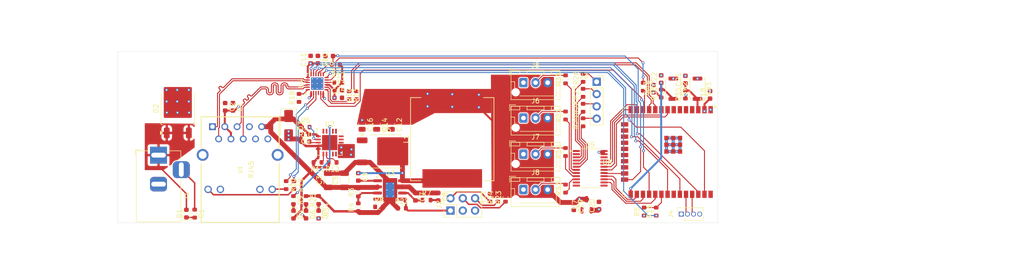
<source format=kicad_pcb>
(kicad_pcb (version 20241229) (generator "pcbnew") (generator_version "9.0")
  (layers (0 "F.Cu" signal) (4 "In1.Cu" power) (6 "In2.Cu" power) (2 "B.Cu" signal) (13 "F.Paste" user) (15 "B.Paste" user) (5 "F.SilkS" user "F.Silkscreen") (7 "B.SilkS" user "B.Silkscreen") (1 "F.Mask" user) (3 "B.Mask" user) (25 "Edge.Cuts" user))
  (net 0 "")
  (net 1 "GND")
  (net 2 "+5V")
  (net 3 "EN")
  (net 4 "+3.3V")
  (net 5 "VCC")
  (net 6 "/ETH_RST")
  (net 7 "/POE_V+")
  (net 8 "/POE_V-")
  (net 9 "Net-(D4-K)")
  (net 10 "Net-(J3-Pin_2)")
  (net 11 "Net-(J5-Pin_2)")
  (net 12 "Net-(D5-K)")
  (net 13 "IO0")
  (net 14 "Net-(D6-K)")
  (net 15 "Net-(D7-K)")
  (net 16 "FB")
  (net 17 "Net-(J6-Pin_2)")
  (net 18 "/ETH_RXD0")
  (net 19 "/ETH_RXD1")
  (net 20 "/LED2{slash}nINTSEL")
  (net 21 "/LED1{slash}REGOFF")
  (net 22 "/ETH_CRS")
  (net 23 "/ETH_MDIO")
  (net 24 "RX")
  (net 25 "TX")
  (net 26 "/5V_CHANNEL4")
  (net 27 "/5V_CHANNEL3")
  (net 28 "/5V_CHANNEL2")
  (net 29 "/5V_CHANNEL1")
  (net 30 "/5V_CHANNEL8")
  (net 31 "/5V_CHANNEL7")
  (net 32 "/5V_CHANNEL6")
  (net 33 "/5V_CHANNEL5")
  (net 34 "/CHANNEL8")
  (net 35 "/ETH_CLK")
  (net 36 "/CHANNEL3")
  (net 37 "/CHANNEL5")
  (net 38 "/ETH_MDC")
  (net 39 "/CHANNEL7")
  (net 40 "/CHANNEL4")
  (net 41 "/CHANNEL2")
  (net 42 "/CHANNEL6")
  (net 43 "/ETH_TXDEN")
  (net 44 "/ETH_TXD0")
  (net 45 "/CHANNEL1")
  (net 46 "/ETH_TXD1")
  (net 47 "/TX-")
  (net 48 "/RX+")
  (net 49 "/RX-")
  (net 50 "/TX+")
  (net 51 "Net-(U3-COMP)")
  (net 52 "Net-(C8-Pad2)")
  (net 53 "Net-(U3-BOOT)")
  (net 54 "Net-(D1-K)")
  (net 55 "Net-(D1-A)")
  (net 56 "Net-(J2-Pin_4)")
  (net 57 "Net-(J2-Pin_6)")
  (net 58 "Net-(J2-Pin_2)")
  (net 59 "Net-(J3-Pin_4)")
  (net 60 "Net-(J3-Pin_1)")
  (net 61 "Net-(J3-Pin_3)")
  (net 62 "Net-(J7-Pin_2)")
  (net 63 "Net-(J8-Pin_2)")
  (net 64 "Net-(U3-EN)")
  (net 65 "Net-(U2-DEN)")
  (net 66 "Net-(U3-RT{slash}CLK)")
  (net 67 "Net-(U2-TPH)")
  (net 68 "Net-(U2-CLSA)")
  (net 69 "Net-(U2-CLSB)")
  (net 70 "Net-(U2-REF)")
  (net 71 "Net-(U4-RXD0{slash}MODE0)")
  (net 72 "Net-(U4-RXD1{slash}MODE1)")
  (net 73 "Net-(U4-CRS_DV{slash}MODE2)")
  (net 74 "Net-(U4-MDIO)")
  (net 75 "Net-(U4-RXER{slash}PHYAD0)")
  (net 76 "Net-(U4-RBIAS)")
  (net 77 "Net-(U4-LED1{slash}REGOFF)")
  (net 78 "Net-(U4-LED2{slash}~{INTSEL})")
  (footprint "Button_Switch_SMD:SW_Push_SPST_NO_Alps_SKRK" (layer "F.Cu") (at 196.6525 116.2625 -90)
    (property "Reference" "SW2")
    (property "Value" "SW_Push")
  )
  (footprint "Resistor_SMD:R_0603_1608Metric" (layer "F.Cu") (at 140.6 141)
    (property "Reference" "R22")
    (property "Value" "10.2k")
  )
  (footprint "Package_SO:TSSOP-24_4.4x7.8mm_P0.65mm" (layer "F.Cu") (at 179.4875 132.725)
    (property "Reference" "U5")
    (property "Value" "SN74LVC8T245")
  )
  (footprint "Capacitor_SMD:C_0805_2012Metric" (layer "F.Cu") (at 132.38 123.7 -90)
    (property "Reference" "C16")
    (property "Value" "22uF/35V")
  )
  (footprint "Resistor_SMD:R_0603_1608Metric" (layer "F.Cu") (at 126.29 131.51 180)
    (property "Reference" "R12")
    (property "Value" "49.9k")
  )
  (footprint "Capacitor_SMD:C_0603_1608Metric" (layer "F.Cu") (at 125.6 109.5 180)
    (property "Reference" "C6")
    (property "Value" ".1uF")
  )
  (footprint "Connector_PinSocket_2.54mm:PinSocket_1x04_P2.54mm_Vertical" (layer "F.Cu") (at 180.825 114.825)
    (property "Reference" "J3")
    (property "Value" "Conn_01x04")
  )
  (footprint "Capacitor_SMD:C_0603_1608Metric" (layer "F.Cu") (at 176.105 140.565 -90)
    (property "Reference" "C19")
    (property "Value" "1uF")
  )
  (footprint "Resistor_SMD:R_0603_1608Metric" (layer "F.Cu") (at 178.025 123.205 90)
    (property "Reference" "R29")
    (property "Value" "120")
  )
  (footprint "Capacitor_SMD:C_0603_1608Metric" (layer "F.Cu") (at 127.45 116.5375)
    (property "Reference" "C13")
    (property "Value" ".1uF")
  )
  (footprint "Capacitor_SMD:C_0603_1608Metric" (layer "F.Cu") (at 105.7 120 -90)
    (property "Reference" "C1")
    (property "Value" "10uF")
  )
  (footprint "RF_Module:ESP32-WROOM-32E" (layer "F.Cu") (at 199.1 129.35 -90)
    (property "Reference" "U6")
    (property "Value" "ESP32-WROOM-32E")
  )
  (footprint "Resistor_SMD:R_0603_1608Metric" (layer "F.Cu") (at 178.025 120.205 90)
    (property "Reference" "R28")
    (property "Value" "120")
  )
  (footprint "Capacitor_SMD:C_0603_1608Metric" (layer "F.Cu") (at 181.305 140.44 90)
    (property "Reference" "C20")
    (property "Value" "1uF")
  )
  (footprint "Package_TO_SOT_SMD:SOT-23-3" (layer "F.Cu") (at 178.75 140.2625 90)
    (property "Reference" "U7")
    (property "Value" "XC6206PxxxMR")
  )
  (footprint "Resistor_SMD:R_0603_1608Metric" (layer "F.Cu") (at 123.4 139.275 -90)
    (property "Reference" "R34")
    (property "Value" "100")
  )
  (footprint "Capacitor_SMD:C_0603_1608Metric" (layer "F.Cu") (at 194.1525 114.2625 90)
    (property "Reference" "C22")
    (property "Value" "2.2uF")
  )
  (footprint "Connector_JST:JST_XH_B3B-XH-AM_1x03_P2.50mm_Vertical" (layer "F.Cu") (at 165.7 137.125)
    (property "Reference" "J8")
    (property "Value" "Conn_01x03")
  )
  (footprint "Resistor_SMD:R_0603_1608Metric" (layer "F.Cu") (at 193.13 141.675 90)
    (property "Reference" "R16")
    (property "Value" "10")
  )
  (footprint "Capacitor_SMD:C_0603_1608Metric" (layer "F.Cu") (at 127.45 118.1375)
    (property "Reference" "C15")
    (property "Value" ".1uF")
  )
  (footprint "Resistor_SMD:R_0603_1608Metric" (layer "F.Cu") (at 131.2 117.6 90)
    (property "Reference" "R14")
    (property "Value" "10")
  )
  (footprint "Capacitor_SMD:C_0603_1608Metric" (layer "F.Cu") (at 204.24 117.525 90)
    (property "Reference" "C18")
    (property "Value" "10uF")
  )
  (footprint "Package_SO:Texas_R-PDSO-G8_EP2.95x4.9mm_Mask2.4x3.1mm_ThermalVias" (layer "F.Cu") (at 138.15 137.2)
    (property "Reference" "U3")
    (property "Value" "TPS54560BDDA")
  )
  (footprint "Resistor_SMD:R_0603_1608Metric" (layer "F.Cu") (at 174.4 129.35 90)
    (property "Reference" "R32")
    (property "Value" "120")
  )
  (footprint "Resistor_SMD:R_0603_1608Metric" (layer "F.Cu") (at 131.6 137.7 90)
    (property "Reference" "R3")
    (property "Value" "118k")
  )
  (footprint "Capacitor_SMD:C_0805_2012Metric" (layer "F.Cu") (at 135.39 123.7 -90)
    (property "Reference" "C14")
    (property "Value" "22uF/35V")
  )
  (footprint "Resistor_SMD:R_0603_1608Metric" (layer "F.Cu") (at 131.6 140.8 90)
    (property "Reference" "R4")
    (property "Value" "36.5k")
  )
  (footprint "Connector_JST:JST_XH_B3B-XH-AM_1x03_P2.50mm_Vertical" (layer "F.Cu") (at 165.7 122.325)
    (property "Reference" "J6")
    (property "Value" "Conn_01x03")
  )
  (footprint "LED_SMD:LED_0603_1608Metric" (layer "F.Cu") (at 120.81 142.3 -90)
    (property "Reference" "D6")
    (property "Value" "LED")
  )
  (footprint "Resistor_SMD:R_0603_1608Metric" (layer "F.Cu") (at 190.43 115.85 -90)
    (property "Reference" "R15")
    (property "Value" "10")
  )
  (footprint "Resistor_SMD:R_0603_1608Metric" (layer "F.Cu") (at 135.9 140.7)
    (property "Reference" "R8")
    (property "Value" "220k")
  )
  (footprint "Connector_JST:JST_XH_B3B-XH-AM_1x03_P2.50mm_Vertical" (layer "F.Cu") (at 165.7 129.8)
    (property "Reference" "J7")
    (property "Value" "Conn_01x03")
  )
  (footprint "Capacitor_SMD:C_0603_1608Metric" (layer "F.Cu") (at 148.1 138.6 -90)
    (property "Reference" "C8")
    (property "Value" "1200pF")
  )
  (footprint "Resistor_SMD:R_0603_1608Metric" (layer "F.Cu") (at 178.025 114.005 90)
    (property "Reference" "R26")
    (property "Value" "120")
  )
  (footprint "Capacitor_SMD:C_0603_1608Metric" (layer "F.Cu") (at 143.4 138.6 -90)
    (property "Reference" "C7")
    (property "Value" "56pF")
  )
  (footprint "Resistor_SMD:R_0603_1608Metric" (layer "F.Cu") (at 118.2 139.3 -90)
    (property "Reference" "R9")
    (property "Value" "3k")
  )
  (footprint "Resistor_SMD:R_0603_1608Metric" (layer "F.Cu") (at 158.8 138.8 90)
    (property "Reference" "R21")
    (property "Value" "53.6k")
  )
  (footprint "Package_TO_SOT_SMD:TO-252-2" (layer "F.Cu") (at 137.44 129.22)
    (property "Reference" "D5")
    (property "Value" "SDT20B100D1-13")
  )
  (footprint "Resistor_SMD:R_0603_1608Metric" (layer "F.Cu") (at 116.7 136.2 -90)
    (property "Reference" "R20")
    (property "Value" "3k")
  )
  (footprint "Connector_PinSocket_1.27mm:PinSocket_1x04_P1.27mm_Vertical" (layer "F.Cu") (at 198.3 142.194 90)
    (property "Reference" "J4")
    (property "Value" "Conn_01x04")
  )
  (footprint "Resistor_SMD:R_0603_1608Metric" (layer "F.Cu") (at 162 138.8 90)
    (property "Reference" "R23")
    (property "Value" "143k")
  )
  (footprint "Connector_BarrelJack:BarrelJack_Horizontal" (layer "F.Cu") (at 90.3425 130 90)
    (property "Reference" "J1")
    (property "Value" "Barrel_Jack_Switch")
  )
  (footprint "Package_DFN_QFN:VQFN-24-1EP_4x4mm_P0.5mm_EP2.5x2.5mm_ThermalVias" (layer "F.Cu") (at 123.1 115.2 90)
    (property "Reference" "U4")
    (property "Value" "LAN8720A")
  )
  (footprint "Resistor_SMD:R_0603_1608Metric" (layer "F.Cu") (at 194.1525 117.2625 90)
    (property "Reference" "R36")
    (property "Value" "10k")
  )
  (footprint "Resistor_SMD:R_0603_1608Metric" (layer "F.Cu") (at 129.7 117.6 -90)
    (property "Reference" "R13")
    (property "Value" "10")
  )
  (footprint "LED_SMD:LED_0603_1608Metric" (layer "F.Cu") (at 96.1 142.1 90)
    (property "Reference" "D1")
    (property "Value" "LED")
  )
  (footprint "Capacitor_SMD:C_0603_1608Metric" (layer "F.Cu") (at 123.25 110.2375 -90)
    (property "Reference" "C10")
    (property "Value" "1uF")
  )
  (footprint "Capacitor_SMD:C_0603_1608Metric" (layer "F.Cu") (at 199.1525 114.3625 90)
    (property "Reference" "C21")
    (property "Value" "2.2uF")
  )
  (footprint "Resistor_SMD:R_0603_1608Metric" (layer "F.Cu") (at 174.4 114.325 90)
    (property "Reference" "R30")
    (property "Value" "120")
  )
  (footprint "Capacitor_SMD:C_1206_3216Metric" (layer "F.Cu") (at 125.4 135.2 90)
    (property "Reference" "C3")
    (property "Value" "4.7uF,100V")
  )
  (footprint "Capacitor_SMD:C_0603_1608Metric" (layer "F.Cu") (at 121.75 110.2375 90)
    (property "Reference" "C11")
    (property "Value" "470pF")
  )
  (footprint "Resistor_SMD:R_0603_1608Metric" (layer "F.Cu") (at 118.3 136.2 -90)
    (property "Reference" "R19")
    (property "Value" "3k")
  )
  (footprint "Capacitor_SMD:C_1206_3216Metric" (layer "F.Cu") (at 128.75 135.2 90)
    (property "Reference" "C5")
    (property "Value" "4.7uF,100V")
  )
  (footprint "Inductor_SMD:L_Vishay_IHLP-6767" (layer "F.Cu") (at 151 126.7 90)
    (property "Reference" "L1")
    (property "Value" "SMMS1770-330M")
  )
  (footprint "HY931147C:HY931147C" (layer "F.Cu") (at 107.2 133 90)
    (property "Reference" "U1")
    (property "Value" "HY931147C")
  )
  (footprint "Resistor_SMD:R_0603_1608Metric" (layer "F.Cu") (at 119.35 118.1625 90)
    (property "Reference" "R18")
    (property "Value" "12k")
  )
  (footprint "Resistor_SMD:R_0603_1608Metric" (layer "F.Cu") (at 120.8 139.3 -90)
    (property "Reference" "R25")
    (property "Value" "3k")
  )
  (footprint "Capacitor_SMD:C_0603_1608Metric" (layer "F.Cu") (at 192.54 116.25 90)
    (property "Reference" "C17")
    (property "Value" "10uF")
  )
  (footprint "Capacitor_SMD:C_0603_1608Metric" (layer "F.Cu") (at 104.1 120 -90)
    (property "Reference" "C2")
    (property "Value" "10uF")
  )
  (footprint "Package_TO_SOT_SMD:TO-252-2" (layer "F.Cu") (at 94.32 120.36 90)
    (property "Reference" "D2")
    (property "Value" "SDT20B100D1-13")
  )
  (footprint "Diode_SMD:D_SMA" (layer "F.Cu") (at 117.2 123.9 -90)
    (property "Reference" "D3")
    (property "Value" "51V")
  )
  (footprint "LED_SMD:LED_0603_1608Metric" (layer "F.Cu") (at 118.22 142.3 -90)
    (property "Reference" "D4")
    (property "Value" "LED")
  )
  (footprint "Resistor_SMD:R_0603_1608Metric" (layer "F.Cu") (at 174.4 136.925 90)
    (property "Reference" "R33")
    (property "Value" "120")
  )
  (footprint "Resistor_SMD:R_0603_1608Metric" (layer "F.Cu") (at 160.4 138.8 90)
    (property "Reference" "R24")
    (property "Value" "294k")
  )
  (footprint "Resistor_SMD:R_0603_1608Metric" (layer "F.Cu") (at 145.7 139.3)
    (property "Reference" "R7")
    (property "Value" "13.3k")
  )
  (footprint "Package_DFN_QFN:Texas_RGW0020A_VQFN-20-1EP_5x5mm_P0.65mm_EP3.15x3.15mm" (layer "F.Cu") (at 125.69 127.41)
    (property "Reference" "U2")
    (property "Value" "TPS2372")
  )
  (footprint "Connector_PinHeader_2.54mm:PinHeader_2x03_P2.54mm_Vertical" (layer "F.Cu") (at 150.6345 141.47 90)
    (property "Reference" "J2")
    (property "Value" "Conn_02x03_Odd_Even")
  )
  (footprint "Resistor_SMD:R_0603_1608Metric" (layer "F.Cu") (at 120.7 124.2)
    (property "Reference" "R6")
    (property "Value" "25k")
  )
  (footprint "Connector_JST:JST_XH_B3B-XH-AM_1x03_P2.50mm_Vertical" (layer "F.Cu") (at 165.7 115)
    (property "Reference" "J5")
    (property "Value" "Conn_01x03")
  )
  (footprint "Resistor_SMD:R_0603_1608Metric" (layer "F.Cu") (at 123.18 131.5 180)
    (property "Reference" "R11")
    (property "Value" "90.9")
  )
  (footprint "Capacitor_SMD:C_0805_2012Metric" (layer "F.Cu") (at 138.4 123.7 -90)
    (property "Reference" "C12")
    (property "Value" "22uF/35V")
  )
  (footprint "Resistor_SMD:R_0603_1608Metric" (layer "F.Cu") (at 174.4 121.8 90)
    (property "Reference" "R31")
    (property "Value" "120")
  )
  (footprint "Resistor_SMD:R_0603_1608Metric" (layer "F.Cu") (at 178.025 117.105 90)
    (property "Reference" "R27")
    (property "Value" "120")
  )
  (footprint "Resistor_SMD:R_0603_1608Metric" (layer "F.Cu") (at 97.8 142.1 -90)
    (property "Reference" "R1")
    (property "Value" "3k")
  )
  (footprint "Capacitor_SMD:C_0603_1608Metric" (layer "F.Cu") (at 131.6 134.5 -90)
    (property "Reference" "C9")
    (property "Value" ".1uF,10V")
  )
  (footprint "Resistor_SMD:R_0603_1608Metric" (layer "F.Cu") (at 120.68 127.2)
    (property "Reference" "R10")
    (property "Value" "63.4")
  )
  (footprint "LED_SMD:LED_0603_1608Metric" (layer "F.Cu") (at 123.4 142.3 -90)
    (property "Reference" "D7")
    (property "Value" "LED")
  )
  (footprint "Capacitor_SMD:C_0603_1608Metric" (layer "F.Cu") (at 120.7 125.7 180)
    (property "Reference" "C4")
    (property "Value" ".1uF")
  )
  (footprint "Resistor_SMD:R_0603_1608Metric" (layer "F.Cu") (at 126.95 111.2375 180)
    (property "Reference" "R2")
    (property "Value" "10k")
  )
  (footprint "Resistor_SMD:R_0603_1608Metric" (layer "F.Cu") (at 127.45 114.9375)
    (property "Reference" "R17")
    (property "Value" "10")
  )
  (footprint "Button_Switch_SMD:SW_Push_SPST_NO_Alps_SKRK" (layer "F.Cu") (at 201.6525 116.2625 -90)
    (property "Reference" "SW1")
    (property "Value" "SW_Push")
  )
  (footprint "Resistor_SMD:R_0603_1608Metric" (layer "F.Cu") (at 190.62 141.675 90)
    (property "Reference" "R5")
    (property "Value" "3k")
  )
  (footprint "Resistor_SMD:R_0603_1608Metric" (layer "F.Cu") (at 199.1525 117.4625 90)
    (property "Reference" "R35")
    (property "Value" "10k")
  )
  (gr_rect (start 81.9 108.6) (end 205.8 144) (stroke (width 0.05)) (fill no) (layer "Edge.Cuts"))
  (segment (start 140.7125 136.565) (end 142.14 136.565) (width 1) (layer "F.Cu") (net 1))
  (segment (start 138.15 137.2) (end 138.785 136.565) (width 1) (layer "F.Cu") (net 1))
  (segment (start 138.15 137.2) (end 138.15 139.375) (width 1) (layer "F.Cu") (net 1))
  (segment (start 132.4 131.5) (end 130.975 131.5) (width 1) (layer "F.Cu") (net 1))
  (segment (start 126.625 141.625) (end 131.6 141.625) (width 0.5) (layer "F.Cu") (net 1))
  (segment (start 123.4 138.45) (end 120.825 138.45) (width 0.5) (layer "F.Cu") (net 1))
  (segment (start 97.8 141.275) (end 97.8 135.7575) (width 0.3) (layer "F.Cu") (net 1))
  (segment (start 134.028154 131.5) (end 132.4 131.5) (width 1) (layer "F.Cu") (net 1))
  (segment (start 123.45 138.45) (end 126.625 141.625) (width 0.5) (layer "F.Cu") (net 1))
  (segment (start 138.15 139.275) (end 136.725 140.7) (width 1) (layer "F.Cu") (net 1))
  (segment (start 135.653748 141.876) (end 131.851 141.876) (width 1) (layer "F.Cu") (net 1))
  (segment (start 97.8 135.7575) (end 95.0425 133) (width 0.3) (layer "F.Cu") (net 1))
  (segment (start 138.785 136.565) (end 140.7125 136.565) (width 1) (layer "F.Cu") (net 1))
  (segment (start 125.4 133.725) (end 128.75 133.725) (width 1) (layer "F.Cu") (net 1))
  (segment (start 142.14 136.565) (end 143.4 137.825) (width 1) (layer "F.Cu") (net 1))
  (segment (start 120.825 138.45) (end 120.8 138.475) (width 0.5) (layer "F.Cu") (net 1))
  (segment (start 138.15 135.621846) (end 134.028154 131.5) (width 1) (layer "F.Cu") (net 1))
  (segment (start 131.851 141.876) (end 131.6 141.625) (width 1) (layer "F.Cu") (net 1))
  (segment (start 138.15 137.2) (end 138.15 135.621846) (width 1) (layer "F.Cu") (net 1))
  (segment (start 136.725 140.7) (end 136.725 140.804748) (width 1) (layer "F.Cu") (net 1))
  (segment (start 123.4 138.45) (end 123.45 138.45) (width 0.5) (layer "F.Cu") (net 1))
  (segment (start 130.975 131.5) (end 128.75 133.725) (width 1) (layer "F.Cu") (net 1))
  (segment (start 143.4 137.825) (end 148.1 137.825) (width 1) (layer "F.Cu") (net 1))
  (segment (start 136.725 140.804748) (end 135.653748 141.876) (width 1) (layer "F.Cu") (net 1))
  (segment (start 138.15 139.375) (end 139.775 141) (width 1) (layer "F.Cu") (net 1))
  (segment (start 138.15 137.2) (end 138.15 139.275) (width 1) (layer "F.Cu") (net 1))
  (via (at 128.08 128.4) (size 0.6) (drill 0.3) (layers "F.Cu" "B.Cu") (net 1))
  (via (at 130.19 128.81) (size 0.6) (drill 0.3) (layers "F.Cu" "B.Cu") (net 1))
  (via (at 204.24 116.75) (size 0.6) (drill 0.3) (layers "F.Cu" "B.Cu") (net 1))
  (via (at 199.1525 113.5875) (size 0.6) (drill 0.3) (layers "F.Cu" "B.Cu") (net 1))
  (via (at 194.1525 113.4875) (size 0.6) (drill 0.3) (layers "F.Cu" "B.Cu") (net 1))
  (via (at 128.08 129.5) (size 0.6) (drill 0.3) (layers "F.Cu" "B.Cu") (net 1))
  (via (at 192.54 115.475) (size 0.6) (drill 0.3) (layers "F.Cu" "B.Cu") (net 1))
  (via (at 201.6525 114.1625) (size 0.6) (drill 0.3) (layers "F.Cu" "B.Cu") (net 1))
  (via (at 130.09 129.91) (size 0.6) (drill 0.3) (layers "F.Cu" "B.Cu") (net 1))
  (via (at 204.36 120.6) (size 0.6) (drill 0.3) (layers "F.Cu" "B.Cu") (net 1))
  (via (at 196.6525 114.1625) (size 0.6) (drill 0.3) (layers "F.Cu" "B.Cu") (net 1))
  (segment (start 199.9275 116.6375) (end 201.6525 118.3625) (width 0.4) (layer "F.Cu") (net 3))
  (segment (start 201.6525 118.3625) (end 201.6525 120.4325) (width 0.4) (layer "F.Cu") (net 3))
  (segment (start 199.1525 116.6375) (end 199.9275 116.6375) (width 0.4) (layer "F.Cu") (net 3))
  (segment (start 201.6525 120.4325) (end 201.82 120.6) (width 0.4) (layer "F.Cu") (net 3))
  (segment (start 199.1525 116.6375) (end 199.1525 115.1375) (width 0.4) (layer "F.Cu") (net 3))
  (segment (start 104.025 120.85) (end 104.1 120.775) (width 0.4) (layer "F.Cu") (net 4))
  (segment (start 125.5875 115.45) (end 126.675 116.5375) (width 0.4) (layer "F.Cu") (net 4))
  (segment (start 128.275 111.7375) (end 127.775 111.2375) (width 0.4) (layer "F.Cu") (net 4))
  (segment (start 125.0375 115.45) (end 125.5875 115.45) (width 0.4) (layer "F.Cu") (net 4))
  (segment (start 203.09 119.45) (end 204.24 118.3) (width 0.4) (layer "F.Cu") (net 4))
  (segment (start 203.09 120.6) (end 203.09 119.45) (width 0.4) (layer "F.Cu") (net 4))
  (segment (start 121.85 117.1375) (end 121.85 117.7375) (width 0.4) (layer "F.Cu") (net 4))
  (segment (start 182.35 129.8) (end 182.35 129.15) (width 0.4) (layer "F.Cu") (net 4))
  (segment (start 121.1625 111.6) (end 121.75 111.0125) (width 0.4) (layer "F.Cu") (net 4))
  (segment (start 124.35 117.986027) (end 124.35 117.1375) (width 0.4) (layer "F.Cu") (net 4))
  (segment (start 105.7 120.775) (end 106.059 120.775) (width 0.4) (layer "F.Cu") (net 4))
  (segment (start 124.65 118.28603) (end 124.65 118.286027) (width 0.4) (layer "F.Cu") (net 4))
  (segment (start 106.059 120.775) (end 106.834 120) (width 0.4) (layer "F.Cu") (net 4))
  (segment (start 193.09 117.025) (end 194.1525 118.0875) (width 0.4) (layer "F.Cu") (net 4))
  (segment (start 199.2525 118.1875) (end 199.1525 118.2875) (width 0.4) (layer "F.Cu") (net 4))
  (segment (start 105.7 120.775) (end 104.1 120.775) (width 0.4) (layer "F.Cu") (net 4))
  (segment (start 124.65 118.286027) (end 124.35 117.986027) (width 0.4) (layer "F.Cu") (net 4))
  (segment (start 192.54 117.025) (end 193.09 117.025) (width 0.4) (layer "F.Cu") (net 4))
  (segment (start 181.3 129.4) (end 182.1 129.4) (width 0.4) (layer "F.Cu") (net 4))
  (segment (start 121.75 111.0125) (end 123.25 111.0125) (width 0.4) (layer "F.Cu") (net 4))
  (segment (start 105.295 125.38) (end 104.025 124.11) (width 0.4) (layer "F.Cu") (net 4))
  (segment (start 182.1 129.4) (end 182.35 129.15) (width 0.4) (layer "F.Cu") (net 4))
  (segment (start 126.675 116.5375) (end 128.275 114.9375) (width 0.4) (layer "F.Cu") (net 4))
  (segment (start 181.12 141.4) (end 181.305 141.215) (width 1) (layer "F.Cu") (net 4))
  (segment (start 121.85 117.7375) (end 121.45 118.1375) (width 0.4) (layer "F.Cu") (net 4))
  (segment (start 121.1625 113.95) (end 121.1625 111.6) (width 0.4) (layer "F.Cu") (net 4))
  (segment (start 128.275 114.9375) (end 128.275 111.7375) (width 0.4) (layer "F.Cu") (net 4))
  (segment (start 126.675 116.5375) (end 126.675 118.1375) (width 0.4) (layer "F.Cu") (net 4))
  (segment (start 199.2525 117.5375) (end 199.2525 118.1875) (width 0.4) (layer "F.Cu") (net 4))
  (segment (start 105.295 126.65) (end 105.295 125.38) (width 0.4) (layer "F.Cu") (net 4))
  (segment (start 179.7 141.4) (end 181.12 141.4) (width 1) (layer "F.Cu") (net 4))
  (segment (start 104.025 124.11) (end 104.025 120.85) (width 0.4) (layer "F.Cu") (net 4))
  (via (at 181.305 141.215) (size 0.6) (drill 0.3) (layers "F.Cu" "B.Cu") (net 4))
  (via (at 126.675 118.1375) (size 0.6) (drill 0.3) (layers "F.Cu" "B.Cu") (net 4))
  (via (at 181.3 129.4) (size 0.6) (drill 0.3) (layers "F.Cu" "B.Cu") (net 4))
  (via (at 203.09 120.9) (size 0.6) (drill 0.3) (layers "F.Cu" "B.Cu") (net 4))
  (via (at 106.834 120) (size 0.6) (drill 0.3) (layers "F.Cu" "B.Cu") (net 4))
  (via (at 192.54 117.025) (size 0.6) (drill 0.3) (layers "F.Cu" "B.Cu") (net 4))
  (via (at 199.2525 117.5375) (size 0.6) (drill 0.3) (layers "F.Cu" "B.Cu") (net 4))
  (via (at 124.65 118.28603) (size 0.6) (drill 0.3) (layers "F.Cu" "B.Cu") (net 4))
  (via (at 123.4 143.0875) (size 0.6) (drill 0.3) (layers "F.Cu" "B.Cu") (net 4))
  (via (at 121.45 118.1375) (size 0.6) (drill 0.3) (layers "F.Cu" "B.Cu") (net 4))
  (via (at 190.62 142.5) (size 0.6) (drill 0.3) (layers "F.Cu" "B.Cu") (net 4))
  (via (at 121.75 111.0125) (size 0.6) (drill 0.3) (layers "F.Cu" "B.Cu") (net 4))
  (segment (start 160.4 137.975) (end 158.8 137.975) (width 0.4) (layer "F.Cu") (net 5))
  (segment (start 173.365 139.79) (end 170.7 137.125) (width 1) (layer "F.Cu") (net 5))
  (segment (start 176.5225 139.79) (end 177.25 139.0625) (width 1) (layer "F.Cu") (net 5))
  (segment (start 160.4 137.975) (end 162 137.975) (width 0.4) (layer "F.Cu") (net 5))
  (segment (start 176.105 139.79) (end 176.5225 139.79) (width 1) (layer "F.Cu") (net 5))
  (segment (start 120.7875 143.0875) (end 120.81 143.0875) (width 0.5) (layer "F.Cu") (net 5))
  (segment (start 120 142.3) (end 120.7875 143.0875) (width 0.5) (layer "F.Cu") (net 5))
  (segment (start 160.4 124) (end 156.5 120.1) (width 0.4) (layer "F.Cu") (net 5))
  (segment (start 176.105 139.79) (end 173.365 139.79) (width 1) (layer "F.Cu") (net 5))
  (segment (start 160.4 137.975) (end 160.4 124) (width 0.4) (layer "F.Cu") (net 5))
  (segment (start 178.75 139.125) (end 177.3125 139.125) (width 1) (layer "F.Cu") (net 5))
  (segment (start 177.3125 139.125) (end 177.25 139.0625) (width 1) (layer "F.Cu") (net 5))
  (via (at 120 142.3) (size 0.6) (drill 0.3) (layers "F.Cu" "B.Cu") (net 5))
  (via (at 145.9 119.9) (size 0.6) (drill 0.3) (layers "F.Cu" "B.Cu") (net 5))
  (via (at 156.5 120.1) (size 0.6) (drill 0.3) (layers "F.Cu" "B.Cu") (net 5))
  (via (at 145.9 117.3) (size 0.6) (drill 0.3) (layers "F.Cu" "B.Cu") (net 5))
  (via (at 132.38 122.75) (size 0.6) (drill 0.3) (layers "F.Cu" "B.Cu") (net 5))
  (via (at 156.5 117.5) (size 0.6) (drill 0.3) (layers "F.Cu" "B.Cu") (net 5))
  (via (at 177.25 139.0625) (size 0.6) (drill 0.3) (layers "F.Cu" "B.Cu") (net 5))
  (via (at 151 117.4) (size 0.6) (drill 0.3) (layers "F.Cu" "B.Cu") (net 5))
  (via (at 151 120) (size 0.6) (drill 0.3) (layers "F.Cu" "B.Cu") (net 5))
  (segment (start 189.9 133.4) (end 188.235 135.065) (width 0.2) (layer "F.Cu") (net 6))
  (segment (start 123.676622 112.624) (end 123.524 112.776622) (width 0.2) (layer "F.Cu") (net 6))
  (segment (start 126.125 111.2375) (end 125.2625 111.2375) (width 0.2) (layer "F.Cu") (net 6))
  (segment (start 126.375 109.5) (end 126.375 110.9875) (width 0.2) (layer "F.Cu") (net 6))
  (segment (start 123.524 112.776622) (end 123.524 112.976) (width 0.2) (layer "F.Cu") (net 6))
  (segment (start 188.235 135.065) (end 186.6 135.065) (width 0.2) (layer "F.Cu") (net 6))
  (segment (start 123.524 112.976) (end 123.35 113.15) (width 0.2) (layer "F.Cu") (net 6))
  (segment (start 189.9 128.3) (end 189.9 133.4) (width 0.2) (layer "F.Cu") (net 6))
  (segment (start 127.260339 109.5) (end 127.340345 109.419994) (width 0.2) (layer "F.Cu") (net 6))
  (segment (start 126.375 110.9875) (end 126.125 111.2375) (width 0.2) (layer "F.Cu") (net 6))
  (segment (start 126.455006 109.419994) (end 126.375 109.5) (width 0.2) (layer "F.Cu") (net 6))
  (segment (start 123.35 113.15) (end 123.35 113.2625) (width 0.2) (layer "F.Cu") (net 6))
  (segment (start 123.876 112.624) (end 123.676622 112.624) (width 0.2) (layer "F.Cu") (net 6))
  (segment (start 126.375 109.5) (end 127.260339 109.5) (width 0.2) (layer "F.Cu") (net 6))
  (segment (start 127.340345 109.419994) (end 126.455006 109.419994) (width 0.2) (layer "F.Cu") (net 6))
  (segment (start 125.2625 111.2375) (end 123.876 112.624) (width 0.2) (layer "F.Cu") (net 6))
  (via (at 127.340345 109.419994) (size 0.6) (drill 0.3) (layers "F.Cu" "B.Cu") (net 6))
  (via (at 189.9 128.3) (size 0.6) (drill 0.3) (layers "F.Cu" "B.Cu") (net 6))
  (segment (start 189.402 112.202) (end 186.7 109.5) (width 0.2) (layer "B.Cu") (net 6))
  (segment (start 189.402 118.702) (end 189.402 112.202) (width 0.2) (layer "B.Cu") (net 6))
  (segment (start 189.9 128.3) (end 189.9 119.2) (width 0.2) (layer "B.Cu") (net 6))
  (segment (start 189.9 119.2) (end 189.402 118.702) (width 0.2) (layer "B.Cu") (net 6))
  (segment (start 127.420351 109.5) (end 127.340345 109.419994) (width 0.2) (layer "B.Cu") (net 6))
  (segment (start 186.7 109.5) (end 127.420351 109.5) (width 0.2) (layer "B.Cu") (net 6))
  (segment (start 118.22 143.017925) (end 119.874 141.363925) (width 0.5) (layer "F.Cu") (net 7))
  (segment (start 122.9175 125.7) (end 123.3275 126.11) (width 0.5) (layer "F.Cu") (net 7))
  (segment (start 121.375 125.7) (end 119.875 124.2) (width 0.5) (layer "F.Cu") (net 7))
  (segment (start 124.975 136.675) (end 125.4 136.675) (width 1) (layer "F.Cu") (net 7))
  (segment (start 121.475 125.7) (end 121.375 125.7) (width 0.5) (layer "F.Cu") (net 7))
  (segment (start 113.5225 123.4225) (end 113.5225 125.2225) (width 1) (layer "F.Cu") (net 7))
  (segment (start 125.4 136.675) (end 135.4775 136.675) (width 1) (layer "F.Cu") (net 7))
  (segment (start 121.75 133.45) (end 124.975 136.675) (width 1) (layer "F.Cu") (net 7))
  (segment (start 118.175 122.5) (end 119.875 124.2) (width 1) (layer "F.Cu") (net 7))
  (segment (start 119.874 135.326) (end 121.75 133.45) (width 0.5) (layer "F.Cu") (net 7))
  (segment (start 114.445 122.5) (end 117.2 122.5) (width 1) (layer "F.Cu") (net 7))
  (segment (start 111.645 124.11) (end 112.835 124.11) (width 1) (layer "F.Cu") (net 7))
  (segment (start 112.835 124.11) (end 113.5225 123.4225) (width 1) (layer "F.Cu") (net 7))
  (segment (start 121.475 125.7) (end 122.9175 125.7) (width 0.5) (layer "F.Cu") (net 7))
  (segment (start 135.4775 136.675) (end 135.5875 136.565) (width 1) (layer "F.Cu") (net 7))
  (segment (start 113.5225 125.2225) (end 121.75 133.45) (width 1) (layer "F.Cu") (net 7))
  (segment (start 117.2 122.5) (end 118.175 122.5) (width 1) (layer "F.Cu") (net 7))
  (segment (start 113.5225 123.4225) (end 114.445 122.5) (width 1) (layer "F.Cu") (net 7))
  (segment (start 118.22 143.0875) (end 118.22 143.017925) (width 0.5) (layer "F.Cu") (net 7))
  (segment (start 119.874 141.363925) (end 119.874 135.326) (width 0.5) (layer "F.Cu") (net 7))
  (via (at 94.2 118.9) (size 0.6) (drill 0.3) (layers "F.Cu" "B.Cu") (net 7))
  (via (at 96.6475 121.2) (size 0.6) (drill 0.3) (layers "F.Cu" "B.Cu") (net 7))
  (via (at 92.0475 121.2) (size 0.6) (drill 0.3) (layers "F.Cu" "B.Cu") (net 7))
  (via (at 96.6 118.9) (size 0.6) (drill 0.3) (layers "F.Cu" "B.Cu") (net 7))
  (via (at 96.6 116.5) (size 0.6) (drill 0.3) (layers "F.Cu" "B.Cu") (net 7))
  (via (at 92 118.9) (size 0.6) (drill 0.3) (layers "F.Cu" "B.Cu") (net 7))
  (via (at 94.2 116.5) (size 0.6) (drill 0.3) (layers "F.Cu" "B.Cu") (net 7))
  (via (at 92 116.5) (size 0.6) (drill 0.3) (layers "F.Cu" "B.Cu") (net 7))
  (via (at 94.2475 121.2) (size 0.6) (drill 0.3) (layers "F.Cu" "B.Cu") (net 7))
  (segment (start 117.55 126.65) (end 119.305 126.65) (width 1) (layer "F.Cu") (net 8))
  (segment (start 122.355 131.5) (end 122.355 132.275) (width 0.5) (layer "F.Cu") (net 8))
  (segment (start 119.305 126.65) (end 119.855 127.2) (width 1) (layer "F.Cu") (net 8))
  (segment (start 123.3275 128.71) (end 123.3275 130.5275) (width 0.5) (layer "F.Cu") (net 8))
  (segment (start 125.465 132.335) (end 125.465 131.51) (width 0.5) (layer "F.Cu") (net 8))
  (segment (start 123.3275 128.06) (end 125.04 128.06) (width 0.5) (layer "F.Cu") (net 8))
  (segment (start 123.3275 128.06) (end 123.2615 128.126) (width 0.5) (layer "F.Cu") (net 8))
  (segment (start 125.29 132.51) (end 125.465 132.335) (width 0.5) (layer "F.Cu") (net 8))
  (segment (start 117.3 126.4) (end 117.55 126.65) (width 1) (layer "F.Cu") (net 8))
  (segment (start 123.3275 130.5275) (end 122.355 131.5) (width 0.5) (layer "F.Cu") (net 8))
  (segment (start 120.781 128.126) (end 119.855 127.2) (width 0.5) (layer "F.Cu") (net 8))
  (segment (start 119.855 127.2) (end 119.855 125.77) (width 0.5) (layer "F.Cu") (net 8))
  (segment (start 122.59 132.51) (end 125.29 132.51) (width 0.5) (layer "F.Cu") (net 8))
  (segment (start 122.355 132.275) (end 122.59 132.51) (width 0.5) (layer "F.Cu") (net 8))
  (segment (start 123.3275 128.71) (end 123.3275 128.06) (width 0.5) (layer "F.Cu") (net 8))
  (segment (start 119.855 125.77) (end 119.925 125.7) (width 0.5) (layer "F.Cu") (net 8))
  (segment (start 125.04 128.06) (end 125.69 127.41) (width 0.5) (layer "F.Cu") (net 8))
  (segment (start 123.2615 128.126) (end 120.781 128.126) (width 0.5) (layer "F.Cu") (net 8))
  (via (at 117.2 125.9) (size 0.6) (drill 0.3) (layers "F.Cu" "B.Cu") (net 8))
  (via (at 117.2 125.1) (size 0.6) (drill 0.3) (layers "F.Cu" "B.Cu") (net 8))
  (via (at 117.2 126.7) (size 0.6) (drill 0.3) (layers "F.Cu" "B.Cu") (net 8))
  (segment (start 118.22 140.145) (end 118.2 140.125) (width 0.5) (layer "F.Cu") (net 9))
  (segment (start 118.22 141.5125) (end 118.22 140.145) (width 0.5) (layer "F.Cu") (net 9))
  (segment (start 179.74 116.28) (end 180.825 117.365) (width 0.2) (layer "F.Cu") (net 10))
  (segment (start 178.025 116.28) (end 179.74 116.28) (width 0.2) (layer "F.Cu") (net 10))
  (segment (start 174.4 113.5) (end 169.7 113.5) (width 0.2) (layer "F.Cu") (net 11))
  (segment (start 169.7 113.5) (end 168.2 115) (width 0.2) (layer "F.Cu") (net 11))
  (segment (start 150.5275 135.295) (end 151 134.8225) (width 1) (layer "F.Cu") (net 12))
  (segment (start 140.7125 131.2325) (end 140.7125 133.7) (width 1) (layer "F.Cu") (net 12))
  (segment (start 140.7125 135.295) (end 150.5275 135.295) (width 1) (layer "F.Cu") (net 12))
  (segment (start 140.7125 133.7) (end 140.7125 135.295) (width 1) (layer "F.Cu") (net 12))
  (segment (start 138.7 129.22) (end 140.7125 131.2325) (width 1) (layer "F.Cu") (net 12))
  (via (at 140.7125 133.7) (size 0.6) (drill 0.3) (layers "F.Cu" "B.Cu") (net 12))
  (via (at 131.6 133.725) (size 0.6) (drill 0.3) (layers "F.Cu" "B.Cu") (net 12))
  (segment (start 140.6875 133.725) (end 140.7125 133.7) (width 0.4) (layer "B.Cu") (net 12))
  (segment (start 131.6 133.725) (end 140.6875 133.725) (width 0.4) (layer "B.Cu") (net 12))
  (segment (start 194.1525 116.4375) (end 194.7275 116.4375) (width 0.4) (layer "F.Cu") (net 13))
  (segment (start 194.7275 116.4375) (end 196.6525 118.3625) (width 0.4) (layer "F.Cu") (net 13))
  (segment (start 194.1525 116.4375) (end 194.1525 115.0375) (width 0.4) (layer "F.Cu") (net 13))
  (segment (start 187.85 136.9) (end 187.85 138.1) (width 0.4) (layer "F.Cu") (net 13))
  (via (at 187.85 136.9) (size 0.6) (drill 0.3) (layers "F.Cu" "B.Cu") (net 13))
  (via (at 194.1525 115.0375) (size 0.6) (drill 0.3) (layers "F.Cu" "B.Cu") (net 13))
  (segment (start 194.1525 115.0375) (end 194.1525 130.5975) (width 0.4) (layer "B.Cu") (net 13))
  (segment (start 194.1525 130.5975) (end 187.85 136.9) (width 0.4) (layer "B.Cu") (net 13))
  (segment (start 120.81 140.135) (end 120.8 140.125) (width 0.5) (layer "F.Cu") (net 14))
  (segment (start 120.81 141.5125) (end 120.81 140.135) (width 0.5) (layer "F.Cu") (net 14))
  (segment (start 123.4 141.5125) (end 123.4 140.1) (width 0.5) (layer "F.Cu") (net 15))
  (segment (start 141.425 139.8175) (end 140.7125 139.105) (width 0.4) (layer "F.Cu") (net 16))
  (segment (start 141.425 141) (end 141.425 139.8175) (width 0.4) (layer "F.Cu") (net 16))
  (segment (start 141.895 141.47) (end 141.425 141) (width 0.4) (layer "F.Cu") (net 16))
  (segment (start 141.895 141.47) (end 150.6345 141.47) (width 0.4) (layer "F.Cu") (net 16))
  (segment (start 174.4 120.975) (end 169.55 120.975) (width 0.2) (layer "F.Cu") (net 17))
  (segment (start 169.55 120.975) (end 168.2 122.325) (width 0.2) (layer "F.Cu") (net 17))
  (segment (start 131.8 110.9) (end 130.2 112.5) (width 0.2) (layer "F.Cu") (net 18))
  (segment (start 192.93 120.6) (end 192.93 119.73) (width 0.2) (layer "F.Cu") (net 18))
  (segment (start 191.701 117.583064) (end 191.701 113.601) (width 0.2) (layer "F.Cu") (net 18))
  (segment (start 192.5 119.3) (end 192.5 118.382064) (width 0.2) (layer "F.Cu") (net 18))
  (segment (start 192.5 118.382064) (end 191.701 117.583064) (width 0.2) (layer "F.Cu") (net 18))
  (segment (start 130.2 112.5) (end 130.2 116.275) (width 0.2) (layer "F.Cu") (net 18))
  (segment (start 191.701 113.601) (end 189 110.9) (width 0.2) (layer "F.Cu") (net 18))
  (segment (start 192.93 119.73) (end 192.5 119.3) (width 0.2) (layer "F.Cu") (net 18))
  (segment (start 130.2 116.275) (end 129.7 116.775) (width 0.2) (layer "F.Cu") (net 18))
  (segment (start 189 110.9) (end 131.8 110.9) (width 0.2) (layer "F.Cu") (net 18))
  (segment (start 191.7 119.65) (end 192.099 119.251) (width 0.2) (layer "F.Cu") (net 19))
  (segment (start 130.7 116.275) (end 131.2 116.775) (width 0.2) (layer "F.Cu") (net 19))
  (segment (start 191.3 117.749164) (end 191.3 113.7671) (width 0.2) (layer "F.Cu") (net 19))
  (segment (start 191.3 113.7671) (end 188.8339 111.301) (width 0.2) (layer "F.Cu") (net 19))
  (segment (start 130.7 112.6) (end 130.7 116.275) (width 0.2) (layer "F.Cu") (net 19))
  (segment (start 192.099 119.251) (end 192.099 118.548164) (width 0.2) (layer "F.Cu") (net 19))
  (segment (start 188.8339 111.301) (end 131.999 111.301) (width 0.2) (layer "F.Cu") (net 19))
  (segment (start 191.66 120.6) (end 191.7 120.56) (width 0.2) (layer "F.Cu") (net 19))
  (segment (start 131.999 111.301) (end 130.7 112.6) (width 0.2) (layer "F.Cu") (net 19))
  (segment (start 191.7 120.56) (end 191.7 119.65) (width 0.2) (layer "F.Cu") (net 19))
  (segment (start 192.099 118.548164) (end 191.3 117.749164) (width 0.2) (layer "F.Cu") (net 19))
  (segment (start 113.88 137.025) (end 113.825 137.08) (width 0.3) (layer "F.Cu") (net 20))
  (segment (start 116.7 137.025) (end 113.88 137.025) (width 0.3) (layer "F.Cu") (net 20))
  (segment (start 101.688 138.193) (end 100.575 137.08) (width 0.3) (layer "F.Cu") (net 21))
  (segment (start 118.3 137.025) (end 117.132 138.193) (width 0.3) (layer "F.Cu") (net 21))
  (segment (start 117.132 138.193) (end 101.688 138.193) (width 0.3) (layer "F.Cu") (net 21))
  (segment (start 190.7 116.945) (end 190.43 116.675) (width 0.2) (layer "F.Cu") (net 22))
  (segment (start 190.39 120.6) (end 190.7 120.29) (width 0.2) (layer "F.Cu") (net 22))
  (segment (start 190.7 120.29) (end 190.7 116.945) (width 0.2) (layer "F.Cu") (net 22))
  (segment (start 193.13 140.85) (end 190.62 140.85) (width 0.2) (layer "F.Cu") (net 23))
  (segment (start 194.2 139.78) (end 193.13 140.85) (width 0.2) (layer "F.Cu") (net 23))
  (segment (start 194.2 138.1) (end 194.2 139.78) (width 0.2) (layer "F.Cu") (net 23))
  (segment (start 199.28 138.1) (end 199.28 141.904) (width 0.2) (layer "F.Cu") (net 24))
  (segment (start 199.28 141.904) (end 199.57 142.194) (width 0.2) (layer "F.Cu") (net 24))
  (segment (start 200.55 138.1) (end 200.55 141.904) (width 0.2) (layer "F.Cu") (net 25))
  (segment (start 200.55 141.904) (end 200.84 142.194) (width 0.2) (layer "F.Cu") (net 25))
  (segment (start 175.577 116.327) (end 174.4 115.15) (width 0.2) (layer "F.Cu") (net 26))
  (segment (start 175.577 132.739499) (end 175.577 116.327) (width 0.2) (layer "F.Cu") (net 26))
  (segment (start 175.887501 133.05) (end 175.577 132.739499) (width 0.2) (layer "F.Cu") (net 26))
  (segment (start 176.625 133.05) (end 175.887501 133.05) (width 0.2) (layer "F.Cu") (net 26))
  (segment (start 175.887501 133.7) (end 175.176 132.988499) (width 0.2) (layer "F.Cu") (net 27))
  (segment (start 176.625 133.7) (end 175.887501 133.7) (width 0.2) (layer "F.Cu") (net 27))
  (segment (start 175.176 123.401) (end 174.4 122.625) (width 0.2) (layer "F.Cu") (net 27))
  (segment (start 175.176 132.988499) (end 175.176 123.401) (width 0.2) (layer "F.Cu") (net 27))
  (segment (start 176.625 134.35) (end 175.887501 134.35) (width 0.2) (layer "F.Cu") (net 28))
  (segment (start 174.4 132.862499) (end 174.4 130.175) (width 0.2) (layer "F.Cu") (net 28))
  (segment (start 175.887501 134.35) (end 174.4 132.862499) (width 0.2) (layer "F.Cu") (net 28))
  (segment (start 175.176 136.974) (end 174.4 137.75) (width 0.2) (layer "F.Cu") (net 29))
  (segment (start 175.176 135.711501) (end 175.176 136.974) (width 0.2) (layer "F.Cu") (net 29))
  (segment (start 175.887501 135) (end 175.176 135.711501) (width 0.2) (layer "F.Cu") (net 29))
  (segment (start 176.625 135) (end 175.887501 135) (width 0.2) (layer "F.Cu") (net 29))
  (segment (start 176.447 126.972) (end 176.447 116.408) (width 0.2) (layer "F.Cu") (net 30))
  (segment (start 176.625 130.45) (end 177.362499 130.45) (width 0.2) (layer "F.Cu") (net 30))
  (segment (start 177.6635 130.148999) (end 177.6635 128.1885) (width 0.2) (layer "F.Cu") (net 30))
  (segment (start 177.362499 130.45) (end 177.6635 130.148999) (width 0.2) (layer "F.Cu") (net 30))
  (segment (start 177.6635 128.1885) (end 176.447 126.972) (width 0.2) (layer "F.Cu") (net 30))
  (segment (start 176.447 116.408) (end 178.025 114.83) (width 0.2) (layer "F.Cu") (net 30))
  (segment (start 176.625 131.1) (end 177.362499 131.1) (width 0.2) (layer "F.Cu") (net 31))
  (segment (start 177.362499 131.1) (end 178.0645 130.397999) (width 0.2) (layer "F.Cu") (net 31))
  (segment (start 176.848 119.107) (end 178.025 117.93) (width 0.2) (layer "F.Cu") (net 31))
  (segment (start 176.848 126.8059) (end 176.848 119.107) (width 0.2) (layer "F.Cu") (net 31))
  (segment (start 178.0645 128.0224) (end 176.848 126.8059) (width 0.2) (layer "F.Cu") (net 31))
  (segment (start 178.0645 130.397999) (end 178.0645 128.0224) (width 0.2) (layer "F.Cu") (net 31))
  (segment (start 178.4655 127.8563) (end 177.249 126.6398) (width 0.2) (layer "F.Cu") (net 32))
  (segment (start 177.249 126.6398) (end 177.249 121.806) (width 0.2) (layer "F.Cu") (net 32))
  (segment (start 177.249 121.806) (end 178.025 121.03) (width 0.2) (layer "F.Cu") (net 32))
  (segment (start 177.387499 131.725) (end 177.4 131.725) (width 0.2) (layer "F.Cu") (net 32))
  (segment (start 176.625 131.75) (end 177.362499 131.75) (width 0.2) (layer "F.Cu") (net 32))
  (segment (start 177.362499 131.75) (end 177.387499 131.725) (width 0.2) (layer "F.Cu") (net 32))
  (segment (start 178.4655 130.6595) (end 178.4655 127.8563) (width 0.2) (layer "F.Cu") (net 32))
  (segment (start 177.4 131.725) (end 178.4655 130.6595) (width 0.2) (layer "F.Cu") (net 32))
  (segment (start 177.65 124.405) (end 178.025 124.03) (width 0.2) (layer "F.Cu") (net 33))
  (segment (start 178.9 127.825) (end 178.8665 127.7915) (width 0.2) (layer "F.Cu") (net 33))
  (segment (start 178.8665 127.7915) (end 178.8665 127.6902) (width 0.2) (layer "F.Cu") (net 33))
  (segment (start 177.65 126.4737) (end 177.65 124.405) (width 0.2) (layer "F.Cu") (net 33))
  (segment (start 178.9 130.862499) (end 178.9 127.825) (width 0.2) (layer "F.Cu") (net 33))
  (segment (start 176.625 132.4) (end 177.362499 132.4) (width 0.2) (layer "F.Cu") (net 33))
  (segment (start 178.8665 127.6902) (end 177.65 126.4737) (width 0.2) (layer "F.Cu") (net 33))
  (segment (start 177.362499 132.4) (end 178.9 130.862499) (width 0.2) (layer "F.Cu") (net 33))
  (segment (start 187.099 119.549) (end 183.7 122.948) (width 0.2) (layer "F.Cu") (net 34))
  (segment (start 189.12 120.6) (end 189.12 119.65) (width 0.2) (layer "F.Cu") (net 34))
  (segment (start 183.7 122.948) (end 183.7 130.833607) (width 0.2) (layer "F.Cu") (net 34))
  (segment (start 189.12 119.65) (end 189.019 119.549) (width 0.2) (layer "F.Cu") (net 34))
  (segment (start 189.019 119.549) (end 187.099 119.549) (width 0.2) (layer "F.Cu") (net 34))
  (segment (start 183.433607 131.1) (end 182.35 131.1) (width 0.2) (layer "F.Cu") (net 34))
  (segment (start 183.7 130.833607) (end 183.433607 131.1) (width 0.2) (layer "F.Cu") (net 34))
  (segment (start 132 118.814064) (end 130.914064 119.9) (width 0.2) (layer "F.Cu") (net 35))
  (segment (start 130.914064 119.9) (end 125.4 119.9) (width 0.2) (layer "F.Cu") (net 35))
  (segment (start 132.7 112.4) (end 132 113.1) (width 0.2) (layer "F.Cu") (net 35))
  (segment (start 191.66 133.66) (end 191.66 138.1) (width 0.2) (layer "F.Cu") (net 35))
  (segment (start 190.5 132.5) (end 191.66 133.66) (width 0.2) (layer "F.Cu") (net 35))
  (segment (start 190.1 118.527894) (end 190.1 118.2) (width 0.2) (layer "F.Cu") (net 35))
  (segment (start 123.85 118.35) (end 123.85 117.1375) (width 0.2) (layer "F.Cu") (net 35))
  (segment (start 190.5 129.1) (end 190.5 132.5) (width 0.2) (layer "F.Cu") (net 35))
  (segment (start 190.1 118.2) (end 184.3 112.4) (width 0.2) (layer "F.Cu") (net 35))
  (segment (start 125.4 119.9) (end 123.85 118.35) (width 0.2) (layer "F.Cu") (net 35))
  (segment (start 132 113.1) (end 132 118.814064) (width 0.2) (layer "F.Cu") (net 35))
  (segment (start 184.3 112.4) (end 132.7 112.4) (width 0.2) (layer "F.Cu") (net 35))
  (via (at 190.5 129.1) (size 0.6) (drill 0.3) (layers "F.Cu" "B.Cu") (net 35))
  (via (at 190.1 118.527894) (size 0.6) (drill 0.3) (layers "F.Cu" "B.Cu") (net 35))
  (segment (start 190.5 118.927894) (end 190.1 118.527894) (width 0.2) (layer "B.Cu") (net 35))
  (segment (start 190.5 129.1) (end 190.5 118.927894) (width 0.2) (layer "B.Cu") (net 35))
  (segment (start 189.12 138.1) (end 189.12 138.58) (width 0.2) (layer "F.Cu") (net 36))
  (segment (start 188.549 139.151) (end 187.15837 139.151) (width 0.2) (layer "F.Cu") (net 36))
  (segment (start 189.12 138.58) (end 188.549 139.151) (width 0.2) (layer "F.Cu") (net 36))
  (segment (start 184.8 135) (end 184.15 134.35) (width 0.2) (layer "F.Cu") (net 36))
  (segment (start 187.15837 139.151) (end 184.8 136.79263) (width 0.2) (layer "F.Cu") (net 36))
  (segment (start 184.15 134.35) (end 182.35 134.35) (width 0.2) (layer "F.Cu") (net 36))
  (segment (start 184.8 136.79263) (end 184.8 135) (width 0.2) (layer "F.Cu") (net 36))
  (segment (start 194.919 122.101) (end 186.332 122.101) (width 0.2) (layer "F.Cu") (net 37))
  (segment (start 186.332 122.101) (end 184.902 123.531) (width 0.2) (layer "F.Cu") (net 37))
  (segment (start 184.902 123.531) (end 184.902 132.098) (width 0.2) (layer "F.Cu") (net 37))
  (segment (start 184.902 132.098) (end 183.95 133.05) (width 0.2) (layer "F.Cu") (net 37))
  (segment (start 195.47 120.6) (end 195.47 121.55) (width 0.2) (layer "F.Cu") (net 37))
  (segment (start 183.95 133.05) (end 182.35 133.05) (width 0.2) (layer "F.Cu") (net 37))
  (segment (start 195.47 121.55) (end 194.919 122.101) (width 0.2) (layer "F.Cu") (net 37))
  (segment (start 124.35 113.2625) (end 124.35 113.15) (width 0.2) (layer "F.Cu") (net 38))
  (segment (start 198.199 124.199) (end 189.2 124.199) (width 0.2) (layer "F.Cu") (net 38))
  (segment (start 187.537031 122.708031) (end 189.028 124.199) (width 0.2) (layer "F.Cu") (net 38))
  (segment (start 203.09 129.09) (end 198.199 124.199) (width 0.2) (layer "F.Cu") (net 38))
  (segment (start 203.09 138.1) (end 203.09 129.09) (width 0.2) (layer "F.Cu") (net 38))
  (segment (start 189.028 124.199) (end 189.2 124.199) (width 0.2) (layer "F.Cu") (net 38))
  (segment (start 187.5 122.708031) (end 187.537031 122.708031) (width 0.2) (layer "F.Cu") (net 38))
  (segment (start 124.35 113.15) (end 125 112.5) (width 0.2) (layer "F.Cu") (net 38))
  (segment (start 189.2 124.199) (end 188.951057 124.199) (width 0.2) (layer "F.Cu") (net 38))
  (via (at 187.5 122.708031) (size 0.6) (drill 0.3) (layers "F.Cu" "B.Cu") (net 38))
  (via (at 125 112.5) (size 0.6) (drill 0.3) (layers "F.Cu" "B.Cu") (net 38))
  (segment (start 183.242193 112.5) (end 126.049943 112.5) (width 0.2) (layer "B.Cu") (net 38))
  (segment (start 187.5 122.2) (end 186.801 121.501) (width 0.2) (layer "B.Cu") (net 38))
  (segment (start 186.801 116.058807) (end 183.242193 112.5) (width 0.2) (layer "B.Cu") (net 38))
  (segment (start 187.5 122.708031) (end 187.5 122.2) (width 0.2) (layer "B.Cu") (net 38))
  (segment (start 125.551057 112.499) (end 125.550057 112.5) (width 0.2) (layer "B.Cu") (net 38))
  (segment (start 126.048943 112.499) (end 125.551057 112.499) (width 0.2) (layer "B.Cu") (net 38))
  (segment (start 186.801 121.501) (end 186.801 116.058807) (width 0.2) (layer "B.Cu") (net 38))
  (segment (start 126.049943 112.5) (end 126.048943 112.499) (width 0.2) (layer "B.Cu") (net 38))
  (segment (start 125.550057 112.5) (end 125 112.5) (width 0.2) (layer "B.Cu") (net 38))
  (segment (start 187.85 120.6) (end 186.6151 120.6) (width 0.2) (layer "F.Cu") (net 39))
  (segment (start 186.6151 120.6) (end 184.101 123.1141) (width 0.2) (layer "F.Cu") (net 39))
  (segment (start 184.101 123.1141) (end 184.101 130.57347) (width 0.2) (layer "F.Cu") (net 39))
  (segment (start 184.101 130.57347) (end 184.1 130.57447) (width 0.2) (layer "F.Cu") (net 39))
  (segment (start 184.1 131.3) (end 183.65 131.75) (width 0.2) (layer "F.Cu") (net 39))
  (segment (start 183.65 131.75) (end 182.35 131.75) (width 0.2) (layer "F.Cu") (net 39))
  (segment (start 184.1 130.57447) (end 184.1 131.3) (width 0.2) (layer "F.Cu") (net 39))
  (segment (start 186.6 133.795) (end 182.445 133.795) (width 0.2) (layer "F.Cu") (net 40))
  (segment (start 182.445 133.795) (end 182.35 133.7) (width 0.2) (layer "F.Cu") (net 40))
  (segment (start 184.4 135.500001) (end 183.899999 135) (width 0.2) (layer "F.Cu") (net 41))
  (segment (start 190.39 139.05) (end 189.888 139.552) (width 0.2) (layer "F.Cu") (net 41))
  (segment (start 184.4 136.95973) (end 184.4 135.500001) (width 0.2) (layer "F.Cu") (net 41))
  (segment (start 189.888 139.552) (end 186.99227 139.552) (width 0.2) (layer "F.Cu") (net 41))
  (segment (start 190.39 138.1) (end 190.39 139.05) (width 0.2) (layer "F.Cu") (net 41))
  (segment (start 183.899999 135) (end 182.35 135) (width 0.2) (layer "F.Cu") (net 41))
  (segment (start 186.99227 139.552) (end 184.4 136.95973) (width 0.2) (layer "F.Cu") (net 41))
  (segment (start 184.502 123.2802) (end 184.502 130.73957) (width 0.2) (layer "F.Cu") (net 42))
  (segment (start 184.501 130.74057) (end 184.501 131.699) (width 0.2) (layer "F.Cu") (net 42))
  (segment (start 194.2 121.55) (end 194.05 121.7) (width 0.2) (layer "F.Cu") (net 42))
  (segment (start 186.0822 121.7) (end 184.502 123.2802) (width 0.2) (layer "F.Cu") (net 42))
  (segment (start 194.2 120.6) (end 194.2 121.55) (width 0.2) (layer "F.Cu") (net 42))
  (segment (start 184.502 130.73957) (end 184.501 130.74057) (width 0.2) (layer "F.Cu") (net 42))
  (segment (start 194.05 121.7) (end 186.0822 121.7) (width 0.2) (layer "F.Cu") (net 42))
  (segment (start 183.8 132.4) (end 182.35 132.4) (width 0.2) (layer "F.Cu") (net 42))
  (segment (start 184.501 131.699) (end 183.8 132.4) (width 0.2) (layer "F.Cu") (net 42))
  (segment (start 122.85 113.2625) (end 122.85 112.707888) (width 0.2) (layer "F.Cu") (net 43))
  (segment (start 188 126.2) (end 189.3 126.2) (width 0.2) (layer "F.Cu") (net 43))
  (segment (start 122.85 112.707888) (end 123.526593 112.031295) (width 0.2) (layer "F.Cu") (net 43))
  (segment (start 123.526593 112.031295) (end 123.526593 112.026593) (width 0.2) (layer "F.Cu") (net 43))
  (segment (start 189.3 126.2) (end 198.01 134.91) (width 0.2) (layer "F.Cu") (net 43))
  (segment (start 198.01 134.91) (end 198.01 138.1) (width 0.2) (layer "F.Cu") (net 43))
  (via (at 123.526593 112.026593) (size 0.6) (drill 0.3) (layers "F.Cu" "B.Cu") (net 43))
  (via (at 188 126.2) (size 0.6) (drill 0.3) (layers "F.Cu" "B.Cu") (net 43))
  (segment (start 124.473407 112.026593) (end 123.526593 112.026593) (width 0.2) (layer "B.Cu") (net 43))
  (segment (start 124.6 111.9) (end 124.473407 112.026593) (width 0.2) (layer "B.Cu") (net 43))
  (segment (start 183.7 111.9) (end 124.6 111.9) (width 0.2) (layer "B.Cu") (net 43))
  (segment (start 188.1 126.1) (end 188.1 116.3) (width 0.2) (layer "B.Cu") (net 43))
  (segment (start 188 126.2) (end 188.1 126.1) (width 0.2) (layer "B.Cu") (net 43))
  (segment (start 188.1 116.3) (end 183.7 111.9) (width 0.2) (layer "B.Cu") (net 43))
  (segment (start 189.508453 127.05) (end 195.47 133.011547) (width 0.2) (layer "F.Cu") (net 44))
  (segment (start 122.660758 112.047187) (end 122.4635 112.244445) (width 0.2) (layer "F.Cu") (net 44))
  (segment (start 122.4635 112.348943) (end 122.35 112.462443) (width 0.2) (layer "F.Cu") (net 44))
  (segment (start 122.4635 112.244445) (end 122.4635 112.348943) (width 0.2) (layer "F.Cu") (net 44))
  (segment (start 188.9 127.05) (end 189.508453 127.05) (width 0.2) (layer "F.Cu") (net 44))
  (segment (start 122.35 112.462443) (end 122.35 113.2625) (width 0.2) (layer "F.Cu") (net 44))
  (segment (start 195.47 133.011547) (end 195.47 138.1) (width 0.2) (layer "F.Cu") (net 44))
  (via (at 122.660758 112.047187) (size 0.6) (drill 0.3) (layers "F.Cu" "B.Cu") (net 44))
  (via (at 188.9 127.05) (size 0.6) (drill 0.3) (layers "F.Cu" "B.Cu") (net 44))
  (segment (start 188.599 124.551057) (end 188.6 124.550057) (width 0.2) (layer "B.Cu") (net 44))
  (segment (start 123.8329 111.3) (end 123.404657 111.3) (width 0.2) (layer "B.Cu") (net 44))
  (segment (start 183.9 111.3) (end 124 111.3) (width 0.2) (layer "B.Cu") (net 44))
  (segment (start 123.27765 111.425593) (end 122.925593 111.77765) (width 0.2) (layer "B.Cu") (net 44))
  (segment (start 122.925593 111.77765) (end 122.925593 111.779064) (width 0.2) (layer "B.Cu") (net 44))
  (segment (start 188.9 127.05) (end 188.9 126.250057) (width 0.2) (layer "B.Cu") (net 44))
  (segment (start 188.6 125.049943) (end 188.599 125.048943) (width 0.2) (layer "B.Cu") (net 44))
  (segment (start 188.6 125.950057) (end 188.6 125.049943) (width 0.2) (layer "B.Cu") (net 44))
  (segment (start 184.2339 111.301) (end 183.901 111.301) (width 0.2) (layer "B.Cu") (net 44))
  (segment (start 123.9 111.4) (end 123.9 111.3671) (width 0.2) (layer "B.Cu") (net 44))
  (segment (start 188.9 126.250057) (end 188.6 125.950057) (width 0.2) (layer "B.Cu") (net 44))
  (segment (start 122.65747 112.047187) (end 122.660758 112.047187) (width 0.2) (layer "B.Cu") (net 44))
  (segment (start 188.6 115.6671) (end 184.2339 111.301) (width 0.2) (layer "B.Cu") (net 44))
  (segment (start 123.9 111.3671) (end 123.8329 111.3) (width 0.2) (layer "B.Cu") (net 44))
  (segment (start 122.925593 111.779064) (end 122.65747 112.047187) (width 0.2) (layer "B.Cu") (net 44))
  (segment (start 188.6 124.550057) (end 188.6 115.6671) (width 0.2) (layer "B.Cu") (net 44))
  (segment (start 183.901 111.301) (end 183.9 111.3) (width 0.2) (layer "B.Cu") (net 44))
  (segment (start 188.599 125.048943) (end 188.599 124.551057) (width 0.2) (layer "B.Cu") (net 44))
  (segment (start 123.404657 111.3) (end 123.279064 111.425593) (width 0.2) (layer "B.Cu") (net 44))
  (segment (start 123.279064 111.425593) (end 123.27765 111.425593) (width 0.2) (layer "B.Cu") (net 44))
  (segment (start 124 111.3) (end 123.9 111.4) (width 0.2) (layer "B.Cu") (net 44))
  (segment (start 192.93 139.05) (end 192.027 139.953) (width 0.2) (layer "F.Cu") (net 45))
  (segment (start 192.027 139.953) (end 186.82617 139.953) (width 0.2) (layer "F.Cu") (net 45))
  (segment (start 184 136) (end 183.65 135.65) (width 0.2) (layer "F.Cu") (net 45))
  (segment (start 186.82617 139.953) (end 184 137.12683) (width 0.2) (layer "F.Cu") (net 45))
  (segment (start 192.93 138.1) (end 192.93 139.05) (width 0.2) (layer "F.Cu") (net 45))
  (segment (start 183.65 135.65) (end 182.35 135.65) (width 0.2) (layer "F.Cu") (net 45))
  (segment (start 184 137.12683) (end 184 136) (width 0.2) (layer "F.Cu") (net 45))
  (segment (start 189.2 125.6) (end 189.8 125.6) (width 0.2) (layer "F.Cu") (net 46))
  (segment (start 201.82 137.62) (end 201.82 138.1) (width 0.2) (layer "F.Cu") (net 46))
  (segment (start 121.8625 112.32254) (end 121.85 112.33504) (width 0.2) (layer "F.Cu") (net 46))
  (segment (start 121.8625 112.1) (end 121.8625 112.32254) (width 0.2) (layer "F.Cu") (net 46))
  (segment (start 189.8 125.6) (end 201.82 137.62) (width 0.2) (layer "F.Cu") (net 46))
  (segment (start 121.85 112.33504) (end 121.85 113.2625) (width 0.2) (layer "F.Cu") (net 46))
  (via (at 189.2 125.6) (size 0.6) (drill 0.3) (layers "F.Cu" "B.Cu") (net 46))
  (via (at 121.8625 112.1) (size 0.6) (drill 0.3) (layers "F.Cu" "B.Cu") (net 46))
  (segment (start 123.238557 110.899) (end 123.237557 110.9) (width 0.2) (layer "B.Cu") (net 46))
  (segment (start 189.001 115.501) (end 184.4 110.9) (width 0.2) (layer "B.Cu") (net 46))
  (segment (start 189.2 125.6) (end 189.2 119.0671) (width 0.2) (layer "B.Cu") (net 46))
  (segment (start 189.2 119.0671) (end 189.001 118.8681) (width 0.2) (layer "B.Cu") (net 46))
  (segment (start 121.8625 111.8375) (end 121.8625 112.1) (width 0.2) (layer "B.Cu") (net 46))
  (segment (start 184.4 110.9) (end 184.0671 110.9) (width 0.2) (layer "B.Cu") (net 46))
  (segment (start 184.0661 110.899) (end 123.238557 110.899) (width 0.2) (layer "B.Cu") (net 46))
  (segment (start 122.8 110.9) (end 121.8625 111.8375) (width 0.2) (layer "B.Cu") (net 46))
  (segment (start 123.237557 110.9) (end 122.8 110.9) (width 0.2) (layer "B.Cu") (net 46))
  (segment (start 184.0671 110.9) (end 184.0661 110.899) (width 0.2) (layer "B.Cu") (net 46))
  (segment (start 189.001 118.8681) (end 189.001 115.501) (width 0.2) (layer "B.Cu") (net 46))
  (segment (start 103.294324 115.81922) (end 103.443397 115.968293) (width 0.2) (layer "F.Cu") (net 47))
  (segment (start 103.782809 115.968292) (end 103.867661 115.883438) (width 0.2) (layer "F.Cu") (net 47))
  (segment (start 105.551098 114.2) (end 107.509461 114.2) (width 0.2) (layer "F.Cu") (net 47))
  (segment (start 103.019132 116.392555) (end 102.87006 116.243483) (width 0.2) (layer "F.Cu") (net 47))
  (segment (start 120.506249 114.45) (end 121.1625 114.45) (width 0.2) (layer "F.Cu") (net 47))
  (segment (start 105.17581 114.575287) (end 105.551098 114.2) (width 0.2) (layer "F.Cu") (net 47))
  (segment (start 102.524 124.022801) (end 102.524 117.227098) (width 0.2) (layer "F.Cu") (net 47))
  (segment (start 107.509461 114.2) (end 120.256249 114.2) (width 0.2) (layer "F.Cu") (net 47))
  (segment (start 102.436801 124.11) (end 102.524 124.022801) (width 0.2) (layer "F.Cu") (net 47))
  (segment (start 101.485 124.11) (end 102.436801 124.11) (width 0.2) (layer "F.Cu") (net 47))
  (segment (start 102.524 117.227098) (end 103.019131 116.731967) (width 0.2) (layer "F.Cu") (net 47))
  (segment (start 103.867661 115.883438) (end 105.17581 114.575287) (width 0.2) (layer "F.Cu") (net 47))
  (segment (start 102.870059 115.904073) (end 102.954914 115.819219) (width 0.2) (layer "F.Cu") (net 47))
  (segment (start 120.256249 114.2) (end 120.506249 114.45) (width 0.2) (layer "F.Cu") (net 47))
  (arc (start 102.954914 115.819219) (mid 103.124619 115.748925) (end 103.294324 115.81922) (width 0.2) (layer "F.Cu") (net 47))
  (arc (start 103.019131 116.731967) (mid 103.089426 116.562261) (end 103.019132 116.392555) (width 0.2) (layer "F.Cu") (net 47))
  (arc (start 102.87006 116.243483) (mid 102.799766 116.073777) (end 102.870059 115.904073) (width 0.2) (layer "F.Cu") (net 47))
  (arc (start 103.443397 115.968293) (mid 103.613102 116.038588) (end 103.782809 115.968292) (width 0.2) (layer "F.Cu") (net 47))
  (segment (start 117.450939 116.3) (end 118.272617 116.3) (width 0.2) (layer "F.Cu") (net 48))
  (segment (start 114.650439 115.649) (end 114.650439 115.899) (width 0.2) (layer "F.Cu") (net 48))
  (segment (start 116.051439 116.9) (end 116.051439 116.3) (width 0.2) (layer "F.Cu") (net 48))
  (segment (start 116.250939 115.4495) (end 116.450939 115.4495) (width 0.2) (layer "F.Cu") (net 48))
  (segment (start 121.15 115.9375) (end 121.1625 115.95) (width 0.2) (layer "F.Cu") (net 48))
  (segment (start 120.156249 116.3) (end 120.506249 115.95) (width 0.2) (layer "F.Cu") (net 48))
  (segment (start 115.250939 117.5005) (end 115.450939 117.5005) (width 0.2) (layer "F.Cu") (net 48))
  (segment (start 116.650439 115.649) (end 116.650439 115.6995) (width 0.2) (layer "F.Cu") (net 48))
  (segment (start 118.272617 116.3) (end 120.156249 116.3) (width 0.2) (layer "F.Cu") (net 48))
  (segment (start 116.051439 115.6995) (end 116.051439 115.649) (width 0.2) (layer "F.Cu") (net 48))
  (segment (start 120.506249 115.95) (end 121.1625 115.95) (width 0.2) (layer "F.Cu") (net 48))
  (segment (start 114.650439 116.3) (end 114.650439 116.9) (width 0.2) (layer "F.Cu") (net 48))
  (segment (start 107.835 126.65) (end 107.835 120.065) (width 0.2) (layer "F.Cu") (net 48))
  (segment (start 114.051439 116.4995) (end 114.051439 115.899) (width 0.2) (layer "F.Cu") (net 48))
  (segment (start 107.835 120.065) (end 111.6 116.3) (width 0.2) (layer "F.Cu") (net 48))
  (segment (start 114.051439 115.899) (end 114.051439 115.649) (width 0.2) (layer "F.Cu") (net 48))
  (segment (start 111.6 116.3) (end 112.450939 116.3) (width 0.2) (layer "F.Cu") (net 48))
  (segment (start 112.650439 116.4995) (end 112.650439 116.9) (width 0.2) (layer "F.Cu") (net 48))
  (segment (start 114.250939 115.4495) (end 114.450939 115.4495) (width 0.2) (layer "F.Cu") (net 48))
  (segment (start 114.650439 115.899) (end 114.650439 116.3) (width 0.2) (layer "F.Cu") (net 48))
  (segment (start 116.051439 116.3) (end 116.051439 115.6995) (width 0.2) (layer "F.Cu") (net 48))
  (segment (start 114.051439 116.9) (end 114.051439 116.4995) (width 0.2) (layer "F.Cu") (net 48))
  (segment (start 117.250939 116.3) (end 117.450939 116.3) (width 0.2) (layer "F.Cu") (net 48))
  (segment (start 113.250939 117.5005) (end 113.450939 117.5005) (width 0.2) (layer "F.Cu") (net 48))
  (arc (start 116.450939 115.4495) (mid 116.592007 115.507932) (end 116.650439 115.649) (width 0.2) (layer "F.Cu") (net 48))
  (arc (start 114.051439 115.649) (mid 114.109871 115.507932) (end 114.250939 115.4495) (width 0.2) (layer "F.Cu") (net 48))
  (arc (start 115.450939 117.5005) (mid 115.875557 117.324618) (end 116.051439 116.9) (width 0.2) (layer "F.Cu") (net 48))
  (arc (start 112.650439 116.9) (mid 112.826321 117.324618) (end 113.250939 117.5005) (width 0.2) (layer "F.Cu") (net 48))
  (arc (start 114.650439 116.9) (mid 114.826321 117.324618) (end 115.250939 117.5005) (width 0.2) (layer "F.Cu") (net 48))
  (arc (start 116.650439 115.6995) (mid 116.826321 116.124118) (end 117.250939 116.3) (width 0.2) (layer "F.Cu") (net 48))
  (arc (start 112.450939 116.3) (mid 112.592007 116.358432) (end 112.650439 116.4995) (width 0.2) (layer "F.Cu") (net 48))
  (arc (start 113.450939 117.5005) (mid 113.875557 117.324618) (end 114.051439 116.9) (width 0.2) (layer "F.Cu") (net 48))
  (arc (start 116.051439 115.649) (mid 116.109871 115.507932) (end 116.250939 115.4495) (width 0.2) (layer "F.Cu") (net 48))
  (arc (start 114.450939 115.4495) (mid 114.592007 115.507932) (end 114.650439 115.649) (width 0.2) (layer "F.Cu") (net 48))
  (segment (start 106.565 124.11) (end 107.434 123.241) (width 0.2) (layer "F.Cu") (net 49))
  (segment (start 108.341615 118.442099) (end 108.446504 118.546988) (width 0.2) (layer "F.Cu") (net 49))
  (segment (start 108.870768 118.462133) (end 108.870768 118.462132) (width 0.2) (layer "F.Cu") (net 49))
  (segment (start 118.272617 115.899) (end 119.990149 115.899) (width 0.2) (layer "F.Cu") (net 49))
  (segment (start 115.051439 115.649) (end 115.051439 115.899) (width 0.2) (layer "F.Cu") (net 49))
  (segment (start 115.650439 115.6995) (end 115.650439 115.649) (width 0.2) (layer "F.Cu") (net 49))
  (segment (start 115.051439 116.3) (end 115.051439 116.9) (width 0.2) (layer "F.Cu") (net 49))
  (segment (start 116.250939 115.0485) (end 116.450939 115.0485) (width 0.2) (layer "F.Cu") (net 49))
  (segment (start 107.434 119.8989) (end 108.022238 119.310662) (width 0.2) (layer "F.Cu") (net 49))
  (segment (start 113.051439 116.4995) (end 113.051439 116.9) (width 0.2) (layer "F.Cu") (net 49))
  (segment (start 107.434 123.241) (end 107.434 119.8989) (width 0.2) (layer "F.Cu") (net 49))
  (segment (start 108.022239 118.97125) (end 107.917351 118.866362) (width 0.2) (layer "F.Cu") (net 49))
  (segment (start 113.650439 115.899) (end 113.650439 115.649) (width 0.2) (layer "F.Cu") (net 49))
  (segment (start 108.785916 118.546987) (end 108.870768 118.462133) (width 0.2) (layer "F.Cu") (net 49))
  (segment (start 117.051439 115.649) (end 117.051439 115.6995) (width 0.2) (layer "F.Cu") (net 49))
  (segment (start 117.250939 115.899) (end 117.450939 115.899) (width 0.2) (layer "F.Cu") (net 49))
  (segment (start 109.634446 117.698457) (end 109.719298 117.613603) (width 0.2) (layer "F.Cu") (net 49))
  (segment (start 114.250939 115.0485) (end 114.450939 115.0485) (width 0.2) (layer "F.Cu") (net 49))
  (segment (start 115.250939 117.0995) (end 115.450939 117.0995) (width 0.2) (layer "F.Cu") (net 49))
  (segment (start 108.870769 118.12272) (end 108.765891 118.017842) (width 0.2) (layer "F.Cu") (net 49))
  (segment (start 107.91735 118.526952) (end 108.002205 118.442098) (width 0.2) (layer "F.Cu") (net 49))
  (segment (start 109.719298 117.613603) (end 110.933077 116.399823) (width 0.2) (layer "F.Cu") (net 49))
  (segment (start 113.650439 116.9) (end 113.650439 116.4995) (width 0.2) (layer "F.Cu") (net 49))
  (segment (start 119.990149 115.899) (end 120.340149 115.549) (width 0.2) (layer "F.Cu") (net 49))
  (segment (start 115.051439 115.899) (end 115.051439 116.3) (width 0.2) (layer "F.Cu") (net 49))
  (segment (start 120.9714 115.549) (end 120.9839 115.5365) (width 0.2) (layer "F.Cu") (net 49))
  (segment (start 115.650439 116.3) (end 115.650439 115.6995) (width 0.2) (layer "F.Cu") (net 49))
  (segment (start 108.76589 117.678432) (end 108.850745 117.593578) (width 0.2) (layer "F.Cu") (net 49))
  (segment (start 113.650439 116.4995) (end 113.650439 115.899) (width 0.2) (layer "F.Cu") (net 49))
  (segment (start 109.190155 117.593579) (end 109.295034 117.698458) (width 0.2) (layer "F.Cu") (net 49))
  (segment (start 120.340149 115.549) (end 120.9714 115.549) (width 0.2) (layer "F.Cu") (net 49))
  (segment (start 113.250939 117.0995) (end 113.450939 117.0995) (width 0.2) (layer "F.Cu") (net 49))
  (segment (start 111.4339 115.899) (end 112.450939 115.899) (width 0.2) (layer "F.Cu") (net 49))
  (segment (start 117.450939 115.899) (end 118.272617 115.899) (width 0.2) (layer "F.Cu") (net 49))
  (segment (start 110.933077 116.399823) (end 111.4339 115.899) (width 0.2) (layer "F.Cu") (net 49))
  (segment (start 115.650439 116.9) (end 115.650439 116.3) (width 0.2) (layer "F.Cu") (net 49))
  (arc (start 108.022238 119.310662) (mid 108.092533 119.140956) (end 108.022239 118.97125) (width 0.2) (layer "F.Cu") (net 49))
  (arc (start 109.295034 117.698458) (mid 109.464739 117.768753) (end 109.634446 117.698457) (width 0.2) (layer "F.Cu") (net 49))
  (arc (start 115.051439 116.9) (mid 115.109871 117.041068) (end 115.250939 117.0995) (width 0.2) (layer "F.Cu") (net 49))
  (arc (start 113.450939 117.0995) (mid 113.592007 117.041068) (end 113.650439 116.9) (width 0.2) (layer "F.Cu") (net 49))
  (arc (start 108.446504 118.546988) (mid 108.616209 118.617283) (end 108.785916 118.546987) (width 0.2) (layer "F.Cu") (net 49))
  (arc (start 108.870768 118.462132) (mid 108.941063 118.292426) (end 108.870769 118.12272) (width 0.2) (layer "F.Cu") (net 49))
  (arc (start 114.450939 115.0485) (mid 114.875557 115.224382) (end 115.051439 115.649) (width 0.2) (layer "F.Cu") (net 49))
  (arc (start 108.765891 118.017842) (mid 108.695597 117.848136) (end 108.76589 117.678432) (width 0.2) (layer "F.Cu") (net 49))
  (arc (start 115.650439 115.649) (mid 115.826321 115.224382) (end 116.250939 115.0485) (width 0.2) (layer "F.Cu") (net 49))
  (arc (start 107.917351 118.866362) (mid 107.847057 118.696656) (end 107.91735 118.526952) (width 0.2) (layer "F.Cu") (net 49))
  (arc (start 112.450939 115.899) (mid 112.875557 116.074882) (end 113.051439 116.4995) (width 0.2) (layer "F.Cu") (net 49))
  (arc (start 115.450939 117.0995) (mid 115.592007 117.041068) (end 115.650439 116.9) (width 0.2) (layer "F.Cu") (net 49))
  (arc (start 113.650439 115.649) (mid 113.826321 115.224382) (end 114.250939 115.0485) (width 0.2) (layer "F.Cu") (net 49))
  (arc (start 116.450939 115.0485) (mid 116.875557 115.224382) (end 117.051439 115.649) (width 0.2) (layer "F.Cu") (net 49))
  (arc (start 117.051439 115.6995) (mid 117.109871 115.840568) (end 117.250939 115.899) (width 0.2) (layer "F.Cu") (net 49))
  (arc (start 108.850745 117.593578) (mid 109.02045 117.523284) (end 109.190155 117.593579) (width 0.2) (layer "F.Cu") (net 49))
  (arc (start 108.002205 118.442098) (mid 108.17191 118.371804) (end 108.341615 118.442099) (width 0.2) (layer "F.Cu") (net 49))
  (arc (start 113.051439 116.9) (mid 113.109871 117.041068) (end 113.250939 117.0995) (width 0.2) (layer "F.Cu") (net 49))
  (segment (start 105.717198 114.601) (end 106.413071 114.601) (width 0.2) (layer "F.Cu") (net 50))
  (segment (start 106.413071 114.601) (end 120.090149 114.601) (width 0.2) (layer "F.Cu") (net 50))
  (segment (start 120.090149 114.601) (end 120.340149 114.851) (width 0.2) (layer "F.Cu") (net 50))
  (segment (start 120.340149 114.851) (end 121.0635 114.851) (width 0.2) (layer "F.Cu") (net 50))
  (segment (start 102.925 124.258199) (end 102.925 117.393198) (width 0.2) (layer "F.Cu") (net 50))
  (segment (start 121.0635 114.851) (end 121.1625 114.95) (width 0.2) (layer "F.Cu") (net 50))
  (segment (start 102.925 117.393198) (end 103.596082 116.722116) (width 0.2) (layer "F.Cu") (net 50))
  (segment (start 102.755 126.65) (end 102.755 124.428199) (width 0.2) (layer "F.Cu") (net 50))
  (segment (start 102.755 124.428199) (end 102.925 124.258199) (width 0.2) (layer "F.Cu") (net 50))
  (segment (start 103.596082 116.722116) (end 105.717198 114.601) (width 0.2) (layer "F.Cu") (net 50))
  (segment (start 143.4 139.375) (end 141.86 137.835) (width 0.4) (layer "F.Cu") (net 51))
  (segment (start 141.86 137.835) (end 140.7125 137.835) (width 0.4) (layer "F.Cu") (net 51))
  (segment (start 143.4 139.375) (end 144.8 139.375) (width 0.4) (layer "F.Cu") (net 51))
  (segment (start 146.525 139.3) (end 148.025 139.3) (width 0.4) (layer "F.Cu") (net 52))
  (segment (start 135.5875 135.295) (end 131.62 135.295) (width 0.4) (layer "F.Cu") (net 53))
  (segment (start 131.62 135.295) (end 131.6 135.275) (width 0.4) (layer "F.Cu") (net 53))
  (segment (start 96.1 142.8875) (end 97.7625 142.8875) (width 0.3) (layer "F.Cu") (net 54))
  (segment (start 97.7625 142.8875) (end 97.8 142.925) (width 0.3) (layer "F.Cu") (net 54))
  (segment (start 96.1 138) (end 90.3425 132.2425) (width 0.3) (layer "F.Cu") (net 55))
  (segment (start 90.3425 132.2425) (end 90.3425 130) (width 0.3) (layer "F.Cu") (net 55))
  (segment (start 96.1 141.3125) (end 96.1 138) (width 0.3) (layer "F.Cu") (net 55))
  (segment (start 154.4255 140.181) (end 153.1745 138.93) (width 0.3) (layer "F.Cu") (net 56))
  (segment (start 156.123971 140.181) (end 154.4255 140.181) (width 0.3) (layer "F.Cu") (net 56))
  (segment (start 156.819971 140.877) (end 156.123971 140.181) (width 0.3) (layer "F.Cu") (net 56))
  (segment (start 162 139.625) (end 160.748 140.877) (width 0.3) (layer "F.Cu") (net 56))
  (segment (start 160.748 140.877) (end 156.819971 140.877) (width 0.3) (layer "F.Cu") (net 56))
  (segment (start 160.4 139.625) (end 159.649 140.376) (width 0.3) (layer "F.Cu") (net 57))
  (segment (start 159.649 140.376) (end 157.1605 140.376) (width 0.3) (layer "F.Cu") (net 57))
  (segment (start 157.1605 140.376) (end 155.7145 138.93) (width 0.3) (layer "F.Cu") (net 57))
  (segment (start 156.775 137.6) (end 151.9645 137.6) (width 0.3) (layer "F.Cu") (net 58))
  (segment (start 158.8 139.625) (end 156.775 137.6) (width 0.3) (layer "F.Cu") (net 58))
  (segment (start 151.9645 137.6) (end 150.6345 138.93) (width 0.3) (layer "F.Cu") (net 58))
  (segment (start 180.76 122.38) (end 180.825 122.445) (width 0.2) (layer "F.Cu") (net 59))
  (segment (start 178.025 122.38) (end 180.76 122.38) (width 0.2) (layer "F.Cu") (net 59))
  (segment (start 178.025 113.18) (end 179.18 113.18) (width 0.2) (layer "F.Cu") (net 60))
  (segment (start 179.18 113.18) (end 180.825 114.825) (width 0.2) (layer "F.Cu") (net 60))
  (segment (start 178.025 119.38) (end 180.3 119.38) (width 0.2) (layer "F.Cu") (net 61))
  (segment (start 180.3 119.38) (end 180.825 119.905) (width 0.2) (layer "F.Cu") (net 61))
  (segment (start 169.475 128.525) (end 168.2 129.8) (width 0.2) (layer "F.Cu") (net 62))
  (segment (start 174.4 128.525) (end 169.475 128.525) (width 0.2) (layer "F.Cu") (net 62))
  (segment (start 174.149 135.849) (end 169.476 135.849) (width 0.2) (layer "F.Cu") (net 63))
  (segment (start 174.4 136.1) (end 174.149 135.849) (width 0.2) (layer "F.Cu") (net 63))
  (segment (start 169.476 135.849) (end 168.2 137.125) (width 0.2) (layer "F.Cu") (net 63))
  (segment (start 132.29 137.835) (end 135.5875 137.835) (width 0.4) (layer "F.Cu") (net 64))
  (segment (start 131.6 138.525) (end 132.29 137.835) (width 0.4) (layer "F.Cu") (net 64))
  (segment (start 131.6 139.975) (end 131.6 138.525) (width 0.4) (layer "F.Cu") (net 64))
  (segment (start 122.66 126.76) (end 122.4 126.5) (width 0.2) (layer "F.Cu") (net 65))
  (segment (start 123.3275 126.76) (end 122.66 126.76) (width 0.2) (layer "F.Cu") (net 65))
  (via (at 122.4 126.5) (size 0.6) (drill 0.3) (layers "F.Cu" "B.Cu") (net 65))
  (via (at 121.525 124.2) (size 0.6) (drill 0.3) (layers "F.Cu" "B.Cu") (net 65))
  (segment (start 122.4 125.075) (end 121.525 124.2) (width 0.2) (layer "B.Cu") (net 65))
  (segment (start 122.4 126.5) (end 122.4 125.075) (width 0.2) (layer "B.Cu") (net 65))
  (segment (start 119.050001 137.744113) (end 118.930887 137.744113) (width 0.3) (layer "F.Cu") (net 67))
  (segment (start 118.930887 137.744113) (end 118.2 138.475) (width 0.3) (layer "F.Cu") (net 67))
  (segment (start 125.69 124.1) (end 125.69 125.0475) (width 0.3) (layer "F.Cu") (net 67))
  (via (at 125.69 124.1) (size 0.6) (drill 0.3) (layers "F.Cu" "B.Cu") (net 67))
  (via (at 119.050001 137.744113) (size 0.6) (drill 0.3) (layers "F.Cu" "B.Cu") (net 67))
  (segment (start 125.69 131.104114) (end 119.050001 137.744113) (width 0.3) (layer "B.Cu") (net 67))
  (segment (start 125.69 124.1) (end 125.69 131.104114) (width 0.3) (layer "B.Cu") (net 67))
  (segment (start 123.3275 127.41) (end 121.715 127.41) (width 0.2) (layer "F.Cu") (net 68))
  (segment (start 121.715 127.41) (end 121.505 127.2) (width 0.2) (layer "F.Cu") (net 68))
  (segment (start 124.39 129.7725) (end 124.39 131.115) (width 0.2) (layer "F.Cu") (net 69))
  (segment (start 124.39 131.115) (end 124.005 131.5) (width 0.2) (layer "F.Cu") (net 69))
  (segment (start 125.04 129.7725) (end 125.04 130.46) (width 0.2) (layer "F.Cu") (net 70))
  (segment (start 125.314 130.734) (end 126.339 130.734) (width 0.2) (layer "F.Cu") (net 70))
  (segment (start 126.339 130.734) (end 127.115 131.51) (width 0.2) (layer "F.Cu") (net 70))
  (segment (start 125.04 130.46) (end 125.314 130.734) (width 0.2) (layer "F.Cu") (net 70))
  (segment (start 125.8 116.37102) (end 125.37898 115.95) (width 0.2) (layer "F.Cu") (net 71))
  (segment (start 129.2115 118.9135) (end 126.22589 118.9135) (width 0.2) (layer "F.Cu") (net 71))
  (segment (start 126.22589 118.9135) (end 125.8 118.48761) (width 0.2) (layer "F.Cu") (net 71))
  (segment (start 125.37898 115.95) (end 125.0375 115.95) (width 0.2) (layer "F.Cu") (net 71))
  (segment (start 125.8 118.48761) (end 125.8 116.37102) (width 0.2) (layer "F.Cu") (net 71))
  (segment (start 129.7 118.425) (end 129.2115 118.9135) (width 0.2) (layer "F.Cu") (net 71))
  (segment (start 126.05979 119.3145) (end 125.399 118.65371) (width 0.2) (layer "F.Cu") (net 72))
  (segment (start 131.2 118.425) (end 131.2 118.8) (width 0.2) (layer "F.Cu") (net 72))
  (segment (start 125.399 116.8115) (end 125.0375 116.45) (width 0.2) (layer "F.Cu") (net 72))
  (segment (start 130.6855 119.3145) (end 126.05979 119.3145) (width 0.2) (layer "F.Cu") (net 72))
  (segment (start 125.399 118.65371) (end 125.399 116.8115) (width 0.2) (layer "F.Cu") (net 72))
  (segment (start 131.2 118.8) (end 130.6855 119.3145) (width 0.2) (layer "F.Cu") (net 72))
  (segment (start 190.325 115.025) (end 190.43 115.025) (width 0.2) (layer "F.Cu") (net 73))
  (segment (start 190.43 114.92) (end 190.325 115.025) (width 0.2) (layer "F.Cu") (net 73))
  (segment (start 190.43 113.857233) (end 190.43 114.92) (width 0.2) (layer "F.Cu") (net 73))
  (segment (start 127.699 109.901) (end 126.9 110.7) (width 0.2) (layer "F.Cu") (net 73))
  (segment (start 126.9 113.462443) (end 125.912443 114.45) (width 0.2) (layer "F.Cu") (net 73))
  (segment (start 126.9 110.7) (end 126.9 113.462443) (width 0.2) (layer "F.Cu") (net 73))
  (segment (start 189.401 109.901) (end 127.699 109.901) (width 0.2) (layer "F.Cu") (net 73))
  (segment (start 125.912443 114.45) (end 125.0375 114.45) (width 0.2) (layer "F.Cu") (net 73))
  (segment (start 190.4 110.9) (end 189.401 109.901) (width 0.2) (layer "F.Cu") (net 73))
  (via (at 190.4 110.9) (size 0.6) (drill 0.3) (layers "F.Cu" "B.Cu") (net 73))
  (via (at 190.43 113.857233) (size 0.6) (drill 0.3) (layers "F.Cu" "B.Cu") (net 73))
  (segment (start 190.4 113.827233) (end 190.43 113.857233) (width 0.2) (layer "B.Cu") (net 73))
  (segment (start 190.4 110.9) (end 190.4 113.827233) (width 0.2) (layer "B.Cu") (net 73))
  (segment (start 125.8 113.1) (end 125.45 113.45) (width 0.2) (layer "F.Cu") (net 74))
  (segment (start 125.45 113.5375) (end 125.0375 113.95) (width 0.2) (layer "F.Cu") (net 74))
  (segment (start 125.45 113.45) (end 125.45 113.5375) (width 0.2) (layer "F.Cu") (net 74))
  (via (at 125.8 113.1) (size 0.6) (drill 0.3) (layers "F.Cu" "B.Cu") (net 74))
  (via (at 193.13 142.5) (size 0.6) (drill 0.3) (layers "F.Cu" "B.Cu") (net 74))
  (segment (start 191.469943 142.5) (end 193.13 142.5) (width 0.2) (layer "B.Cu") (net 74))
  (segment (start 126.4105 113.1) (end 126.6095 112.901) (width 0.2) (layer "B.Cu") (net 74))
  (segment (start 183.076093 112.901) (end 186.4 116.224907) (width 0.2) (layer "B.Cu") (net 74))
  (segment (start 186.4 137.430057) (end 191.469943 142.5) (width 0.2) (layer "B.Cu") (net 74))
  (segment (start 186.399 121.948943) (end 186.4 121.949943) (width 0.2) (layer "B.Cu") (net 74))
  (segment (start 186.4 121.450057) (end 186.399 121.451057) (width 0.2) (layer "B.Cu") (net 74))
  (segment (start 186.4 121.949943) (end 186.4 137.430057) (width 0.2) (layer "B.Cu") (net 74))
  (segment (start 126.6095 112.901) (end 183.076093 112.901) (width 0.2) (layer "B.Cu") (net 74))
  (segment (start 186.4 116.224907) (end 186.4 121.450057) (width 0.2) (layer "B.Cu") (net 74))
  (segment (start 125.8 113.1) (end 126.4105 113.1) (width 0.2) (layer "B.Cu") (net 74))
  (segment (start 186.399 121.451057) (end 186.399 121.948943) (width 0.2) (layer "B.Cu") (net 74))
  (segment (start 126.6125 114.95) (end 126.625 114.9375) (width 0.2) (layer "F.Cu") (net 75))
  (segment (start 125.0375 114.95) (end 126.6125 114.95) (width 0.2) (layer "F.Cu") (net 75))
  (segment (start 120.275 117.3375) (end 119.35 117.3375) (width 0.2) (layer "F.Cu") (net 76))
  (segment (start 121.1625 116.45) (end 120.275 117.3375) (width 0.2) (layer "F.Cu") (net 76))
  (segment (start 122.85 118.523316) (end 121.057772 120.315544) (width 0.2) (layer "F.Cu") (net 77))
  (segment (start 118.3 135.375) (end 118.3 134.4) (width 0.3) (layer "F.Cu") (net 77))
  (segment (start 122.85 117.1375) (end 122.85 118.523316) (width 0.2) (layer "F.Cu") (net 77))
  (via (at 118.3 134.4) (size 0.6) (drill 0.3) (layers "F.Cu" "B.Cu") (net 77))
  (via (at 121.057772 120.315544) (size 0.6) (drill 0.3) (layers "F.Cu" "B.Cu") (net 77))
  (segment (start 119.2 133.5) (end 118.3 134.4) (width 0.2) (layer "B.Cu") (net 77))
  (segment (start 119.2 122.173316) (end 119.2 133.5) (width 0.2) (layer "B.Cu") (net 77))
  (segment (start 121.057772 120.315544) (end 119.2 122.173316) (width 0.2) (layer "B.Cu") (net 77))
  (segment (start 120.9 119.6) (end 120.7 119.6) (width 0.2) (layer "F.Cu") (net 78))
  (segment (start 122.35 118.15) (end 120.9 119.6) (width 0.2) (layer "F.Cu") (net 78))
  (segment (start 117.564682 134.510318) (end 116.7 135.375) (width 0.2) (layer "F.Cu") (net 78))
  (segment (start 117.564682 134.084864) (end 117.564682 134.510318) (width 0.2) (layer "F.Cu") (net 78))
  (segment (start 122.35 117.1375) (end 122.35 118.15) (width 0.2) (layer "F.Cu") (net 78))
  (via (at 120.7 119.6) (size 0.6) (drill 0.3) (layers "F.Cu" "B.Cu") (net 78))
  (via (at 117.564682 134.084864) (size 0.6) (drill 0.3) (layers "F.Cu" "B.Cu") (net 78))
  (segment (start 118.8 132.849546) (end 117.564682 134.084864) (width 0.2) (layer "B.Cu") (net 78))
  (segment (start 120.7 119.6) (end 118.8 121.5) (width 0.2) (layer "B.Cu") (net 78))
  (segment (start 118.8 121.5) (end 118.8 132.849546) (width 0.2) (layer "B.Cu") (net 78))
  (zone (net 5) (net_name "VCC") (layer "F.Cu") (priority 4) (connect_pads yes (clearance 0)) (min_thickness 0.25) (fill yes (thermal_gap 0.5) (thermal_bridge_width 0.5))
    (polygon (pts (xy 158.983051 113.35) (xy 172 113.35) (xy 172 138.85) (xy 159.127118 138.85)))
  )
  (zone (net 55) (net_name "Net-(D1-A)") (layer "F.Cu") (connect_pads (clearance 0)) (min_thickness 0.25) (fill yes (thermal_gap 0.5) (thermal_bridge_width 0.5))
    (polygon (pts (xy 89.3 123.4) (xy 97.8 123.5) (xy 97.8 128.4) (xy 91.4 133.1) (xy 87.5 133.1) (xy 87.5 123.4)))
  )
  (zone (net 1) (net_name "GND") (layer "F.Cu") (priority 2) (connect_pads yes (clearance 0)) (min_thickness 0.25) (fill yes (thermal_gap 0.5) (thermal_bridge_width 0.5))
    (polygon (pts (xy 127.38 127.7) (xy 127.38 130.6) (xy 130.88 130.6) (xy 130.88 127.7)))
  )
  (zone (net 5) (net_name "VCC") (layer "F.Cu") (priority 3) (connect_pads yes (clearance 0)) (min_thickness 0.25) (fill yes (thermal_gap 0.5) (thermal_bridge_width 0.5))
    (polygon (pts (xy 131.3 123.7) (xy 142.8 123.7) (xy 147.4 121.3) (xy 160.5 121.3) (xy 160.5 116.3) (xy 132.9 116.3)))
  )
)
</source>
